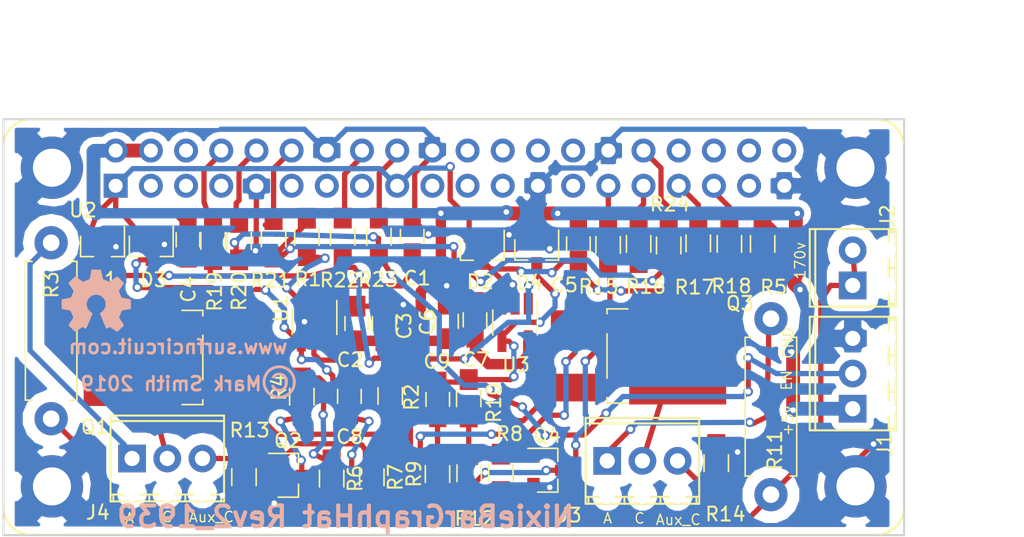
<source format=kicad_pcb>
(kicad_pcb (version 4) (host pcbnew 4.0.7-e2-6376~61~ubuntu18.04.1)
  (layers (0 F.Cu signal) (31 B.Cu signal) (34 B.Paste user) (35 F.Paste user) (36 B.SilkS user) (37 F.SilkS user) (38 B.Mask user) (39 F.Mask user) (44 Edge.Cuts user))
  (net 0 "")
  (net 1 "Net-(C1-Pad1)")
  (net 2 GND)
  (net 3 +5V)
  (net 4 +3V3)
  (net 5 "Net-(C5-Pad1)")
  (net 6 "Net-(C8-Pad1)")
  (net 7 "Net-(C8-Pad2)")
  (net 8 "Net-(C9-Pad1)")
  (net 9 "Net-(C9-Pad2)")
  (net 10 N_ENABLE_SUPPLY)
  (net 11 +170V)
  (net 12 "Net-(J3-Pad3)")
  (net 13 "Net-(J3-Pad1)")
  (net 14 "Net-(J3-Pad2)")
  (net 15 "Net-(J4-Pad3)")
  (net 16 "Net-(J4-Pad1)")
  (net 17 "Net-(J4-Pad2)")
  (net 18 "Net-(Q1-Pad1)")
  (net 19 "Net-(Q1-Pad3)")
  (net 20 "Net-(Q2-Pad1)")
  (net 21 "Net-(Q2-Pad3)")
  (net 22 "Net-(Q3-Pad1)")
  (net 23 "Net-(Q3-Pad3)")
  (net 24 "Net-(Q4-Pad1)")
  (net 25 "Net-(Q4-Pad3)")
  (net 26 PWM_0)
  (net 27 PWM_1)
  (net 28 PWM_0_50Hz)
  (net 29 PWM_1_50Hz)
  (net 30 "Net-(R15-Pad1)")
  (net 31 "Net-(R16-Pad1)")
  (net 32 "Net-(R17-Pad1)")
  (net 33 "Net-(R18-Pad1)")
  (net 34 "Net-(R19-Pad2)")
  (net 35 "Net-(R20-Pad2)")
  (net 36 "Net-(R21-Pad2)")
  (net 37 "Net-(R22-Pad2)")
  (net 38 "Net-(R23-Pad2)")
  (net 39 "Net-(R24-Pad2)")
  (net 40 "Net-(U2-Pad3)")
  (net 41 "Net-(U2-Pad5)")
  (net 42 "Net-(U2-Pad6)")
  (net 43 "Net-(U2-Pad7)")
  (net 44 "Net-(U2-Pad11)")
  (net 45 "Net-(U2-Pad13)")
  (net 46 "Net-(U2-Pad15)")
  (net 47 "Net-(U2-Pad19)")
  (net 48 "Net-(U2-Pad21)")
  (net 49 "Net-(U2-Pad22)")
  (net 50 "Net-(U2-Pad23)")
  (net 51 "Net-(U2-Pad24)")
  (net 52 "Net-(U2-Pad26)")
  (net 53 "Net-(U2-Pad27)")
  (net 54 "Net-(U2-Pad28)")
  (net 55 "Net-(U2-Pad34)")
  (net 56 "Net-(U2-Pad36)")
  (net 57 "Net-(U2-Pad37)")
  (net 58 "Net-(U2-Pad38)")
  (net 59 "Net-(U2-Pad40)")
  (module Capacitors_SMD:C_0805_HandSoldering (layer F.Cu) (at 128.8927 100.2383 90)
    (fp_text reference C2 (at -2.6217 -0.4727 180) (layer F.SilkS))
    (fp_text value 0.1uF)
    (pad 1 smd rect (at -1.25 0 90) (size 1.5 1.25) (layers F.Cu F.Paste F.Mask) (net 3 +5V))
    (pad 2 smd rect (at 1.25 0 90) (size 1.5 1.25) (layers F.Cu F.Paste F.Mask) (net 2 GND))
  )
  (module Capacitors_SMD:C_0805_HandSoldering (layer F.Cu) (at 130.8739 100.2383 90)
    (fp_text reference C3 (at -0.1817 1.4461 90) (layer F.SilkS))
    (fp_text value 1uF)
    (pad 1 smd rect (at -1.25 0 90) (size 1.5 1.25) (layers F.Cu F.Paste F.Mask) (net 3 +5V))
    (pad 2 smd rect (at 1.25 0 90) (size 1.5 1.25) (layers F.Cu F.Paste F.Mask) (net 2 GND))
  )
  (module Capacitors_SMD:C_0805_HandSoldering (layer F.Cu) (at 128.36184 105.49864 270)
    (fp_text reference C8 (at 2.91136 -0.01816 360) (layer F.SilkS))
    (fp_text value 1nF)
    (pad 1 smd rect (at -1.25 0 270) (size 1.5 1.25) (layers F.Cu F.Paste F.Mask) (net 6 "Net-(C8-Pad1)"))
    (pad 2 smd rect (at 1.25 0 270) (size 1.5 1.25) (layers F.Cu F.Paste F.Mask) (net 7 "Net-(C8-Pad2)"))
  )
  (module TO_SOT_Packages_SMD:SOT-23 (layer F.Cu) (at 110.54 94.65 270)
    (fp_text reference D1 (at 2.4 -0.1 360) (layer F.SilkS))
    (fp_text value BAV99)
    (pad 1 smd rect (at -1 -0.95 270) (size 0.9 0.8) (layers F.Cu F.Paste F.Mask) (net 2 GND))
    (pad 2 smd rect (at -1 0.95 270) (size 0.9 0.8) (layers F.Cu F.Paste F.Mask) (net 4 +3V3))
    (pad 3 smd rect (at 1 0 270) (size 0.9 0.8) (layers F.Cu F.Paste F.Mask) (net 1 "Net-(C1-Pad1)"))
  )
  (module TO_SOT_Packages_SMD:SOT-23 (layer F.Cu) (at 114.06 94.64 270)
    (fp_text reference D3 (at 2.45 -0.16 360) (layer F.SilkS))
    (fp_text value BAV99)
    (pad 1 smd rect (at -1 -0.95 270) (size 0.9 0.8) (layers F.Cu F.Paste F.Mask) (net 2 GND))
    (pad 2 smd rect (at -1 0.95 270) (size 0.9 0.8) (layers F.Cu F.Paste F.Mask) (net 4 +3V3))
    (pad 3 smd rect (at 1 0 270) (size 0.9 0.8) (layers F.Cu F.Paste F.Mask) (net 7 "Net-(C8-Pad2)"))
  )
  (module TO_SOT_Packages_SMD:SOT-23 (layer F.Cu) (at 123.927 111.19332)
    (fp_text reference Q2 (at 0 -2.5) (layer F.SilkS))
    (fp_text value 2N7002)
    (pad 1 smd rect (at -1 -0.95) (size 0.9 0.8) (layers F.Cu F.Paste F.Mask) (net 20 "Net-(Q2-Pad1)"))
    (pad 2 smd rect (at -1 0.95) (size 0.9 0.8) (layers F.Cu F.Paste F.Mask) (net 2 GND))
    (pad 3 smd rect (at 1 0) (size 0.9 0.8) (layers F.Cu F.Paste F.Mask) (net 21 "Net-(Q2-Pad3)"))
  )
  (module Resistors_SMD:R_0805_HandSoldering (layer F.Cu) (at 131.30824 105.47324 90)
    (fp_text reference R2 (at -0.08676 1.54176 90) (layer F.SilkS))
    (fp_text value 8.2k)
    (pad 1 smd rect (at -1.35 0 90) (size 1.5 1.3) (layers F.Cu F.Paste F.Mask) (net 18 "Net-(Q1-Pad1)"))
    (pad 2 smd rect (at 1.35 0 90) (size 1.5 1.3) (layers F.Cu F.Paste F.Mask) (net 6 "Net-(C8-Pad1)"))
  )
  (module Resistors_SMD:R_0805_HandSoldering (layer F.Cu) (at 124.92776 105.51896 270)
    (fp_text reference R4 (at -0.66896 1.64776 270) (layer F.SilkS))
    (fp_text value 133)
    (pad 1 smd rect (at -1.35 0 270) (size 1.5 1.3) (layers F.Cu F.Paste F.Mask) (net 19 "Net-(Q1-Pad3)"))
    (pad 2 smd rect (at 1.35 0 270) (size 1.5 1.3) (layers F.Cu F.Paste F.Mask) (net 21 "Net-(Q2-Pad3)"))
  )
  (module Resistors_SMD:R_0805_HandSoldering (layer F.Cu) (at 127.08 111.43 270)
    (fp_text reference R6 (at 0 -1.7 270) (layer F.SilkS))
    (fp_text value 1k)
    (pad 1 smd rect (at -1.35 0 270) (size 1.5 1.3) (layers F.Cu F.Paste F.Mask) (net 19 "Net-(Q1-Pad3)"))
    (pad 2 smd rect (at 1.35 0 270) (size 1.5 1.3) (layers F.Cu F.Paste F.Mask) (net 7 "Net-(C8-Pad2)"))
  )
  (module Resistors_SMD:R_0805_HandSoldering (layer F.Cu) (at 129.98 111.34 270)
    (fp_text reference R7 (at 0 -1.7 270) (layer F.SilkS))
    (fp_text value 1k)
    (pad 1 smd rect (at -1.35 0 270) (size 1.5 1.3) (layers F.Cu F.Paste F.Mask) (net 20 "Net-(Q2-Pad1)"))
    (pad 2 smd rect (at 1.35 0 270) (size 1.5 1.3) (layers F.Cu F.Paste F.Mask) (net 28 PWM_0_50Hz))
  )
  (module Resistors_SMD:R_0805_HandSoldering (layer F.Cu) (at 120.752 111.3254 270)
    (fp_text reference R13 (at -3.3854 -0.408 360) (layer F.SilkS))
    (fp_text value 220k)
    (pad 1 smd rect (at -1.35 0 270) (size 1.5 1.3) (layers F.Cu F.Paste F.Mask) (net 15 "Net-(J4-Pad3)"))
    (pad 2 smd rect (at 1.35 0 270) (size 1.5 1.3) (layers F.Cu F.Paste F.Mask) (net 2 GND))
  )
  (module TO_SOT_Packages_SMD:SOT-23-5_HandSoldering (layer F.Cu) (at 125.8447 100.124 270)
    (fp_text reference U1 (at -0.964 2.4247 270) (layer F.SilkS))
    (fp_text value MCP6411)
    (pad 1 smd rect (at -1.35 -0.95 270) (size 1.56 0.65) (layers F.Cu F.Paste F.Mask) (net 6 "Net-(C8-Pad1)"))
    (pad 2 smd rect (at -1.35 0 270) (size 1.56 0.65) (layers F.Cu F.Paste F.Mask) (net 2 GND))
    (pad 3 smd rect (at -1.35 0.95 270) (size 1.56 0.65) (layers F.Cu F.Paste F.Mask) (net 1 "Net-(C1-Pad1)"))
    (pad 4 smd rect (at 1.35 0.95 270) (size 1.56 0.65) (layers F.Cu F.Paste F.Mask) (net 7 "Net-(C8-Pad2)"))
    (pad 5 smd rect (at 1.35 -0.95 270) (size 1.56 0.65) (layers F.Cu F.Paste F.Mask) (net 3 +5V))
  )
  (module Capacitors_SMD:C_0805_HandSoldering (layer F.Cu) (at 132.8932 93.9518 90)
    (fp_text reference C1 (at -3.0182 0.3668 180) (layer F.SilkS))
    (fp_text value 3.3nF)
    (pad 1 smd rect (at -1.25 0 90) (size 1.5 1.25) (layers F.Cu F.Paste F.Mask) (net 1 "Net-(C1-Pad1)"))
    (pad 2 smd rect (at 1.25 0 90) (size 1.5 1.25) (layers F.Cu F.Paste F.Mask) (net 2 GND))
  )
  (module Capacitors_SMD:C_0805_HandSoldering (layer F.Cu) (at 116.71 94.2 270)
    (fp_text reference C4 (at 3.56 -0.03 270) (layer F.SilkS))
    (fp_text value 1uF)
    (pad 1 smd rect (at -1.25 0 270) (size 1.5 1.25) (layers F.Cu F.Paste F.Mask) (net 4 +3V3))
    (pad 2 smd rect (at 1.25 0 270) (size 1.5 1.25) (layers F.Cu F.Paste F.Mask) (net 2 GND))
  )
  (module Capacitors_SMD:C_0805_HandSoldering (layer F.Cu) (at 144.89 94.49 90)
    (fp_text reference C5 (at -2.97 -1.01 180) (layer F.SilkS))
    (fp_text value 3.3nF)
    (pad 1 smd rect (at -1.25 0 90) (size 1.5 1.25) (layers F.Cu F.Paste F.Mask) (net 5 "Net-(C5-Pad1)"))
    (pad 2 smd rect (at 1.25 0 90) (size 1.5 1.25) (layers F.Cu F.Paste F.Mask) (net 2 GND))
  )
  (module Capacitors_SMD:C_0805_HandSoldering (layer F.Cu) (at 135.3697 100.0859 90)
    (fp_text reference C6 (at -0.0341 -1.3997 90) (layer F.SilkS))
    (fp_text value 0.1uF)
    (pad 1 smd rect (at -1.25 0 90) (size 1.5 1.25) (layers F.Cu F.Paste F.Mask) (net 3 +5V))
    (pad 2 smd rect (at 1.25 0 90) (size 1.5 1.25) (layers F.Cu F.Paste F.Mask) (net 2 GND))
  )
  (module Capacitors_SMD:C_0805_HandSoldering (layer F.Cu) (at 137.4271 99.9716 90)
    (fp_text reference C7 (at -2.8884 0.0629 180) (layer F.SilkS))
    (fp_text value 1uF)
    (pad 1 smd rect (at -1.25 0 90) (size 1.5 1.25) (layers F.Cu F.Paste F.Mask) (net 3 +5V))
    (pad 2 smd rect (at 1.25 0 90) (size 1.5 1.25) (layers F.Cu F.Paste F.Mask) (net 2 GND))
  )
  (module Capacitors_SMD:C_0805_HandSoldering (layer F.Cu) (at 134.73978 105.71708 90)
    (fp_text reference C9 (at 2.73708 -0.05978 180) (layer F.SilkS))
    (fp_text value 1nF)
    (pad 1 smd rect (at -1.25 0 90) (size 1.5 1.25) (layers F.Cu F.Paste F.Mask) (net 8 "Net-(C9-Pad1)"))
    (pad 2 smd rect (at 1.25 0 90) (size 1.5 1.25) (layers F.Cu F.Paste F.Mask) (net 9 "Net-(C9-Pad2)"))
  )
  (module TO_SOT_Packages_SMD:SOT-23 (layer F.Cu) (at 137.95288 94.91192 270)
    (fp_text reference D2 (at 2.31808 0.15288 360) (layer F.SilkS))
    (fp_text value BAV99)
    (pad 1 smd rect (at -1 -0.95 270) (size 0.9 0.8) (layers F.Cu F.Paste F.Mask) (net 2 GND))
    (pad 2 smd rect (at -1 0.95 270) (size 0.9 0.8) (layers F.Cu F.Paste F.Mask) (net 4 +3V3))
    (pad 3 smd rect (at 1 0 270) (size 0.9 0.8) (layers F.Cu F.Paste F.Mask) (net 5 "Net-(C5-Pad1)"))
  )
  (module TO_SOT_Packages_SMD:SOT-23 (layer F.Cu) (at 141.8848 94.89668 270)
    (fp_text reference D4 (at 2.38332 0.5148 360) (layer F.SilkS))
    (fp_text value BAV99)
    (pad 1 smd rect (at -1 -0.95 270) (size 0.9 0.8) (layers F.Cu F.Paste F.Mask) (net 2 GND))
    (pad 2 smd rect (at -1 0.95 270) (size 0.9 0.8) (layers F.Cu F.Paste F.Mask) (net 4 +3V3))
    (pad 3 smd rect (at 1 0 270) (size 0.9 0.8) (layers F.Cu F.Paste F.Mask) (net 9 "Net-(C9-Pad2)"))
  )
  (module TerminalBlock_Phoenix:TerminalBlock_Phoenix_MPT-2.54mm_3pol (layer F.Cu) (at 164.69 106.39 90)
    (fp_text reference J1 (at -2.61 2.31 90) (layer F.SilkS))
    (fp_text value Screw_Terminal_1x03)
    (pad 3 thru_hole oval (at 5.08 0 90) (size 1.99898 1.99898) (drill 1.09728) (layers *.Cu *.Mask) (net 2 GND))
    (pad 1 thru_hole rect (at 0 0 90) (size 1.99898 1.99898) (drill 1.09728) (layers *.Cu *.Mask) (net 3 +5V))
    (pad 2 thru_hole oval (at 2.54 0 90) (size 1.99898 1.99898) (drill 1.09728) (layers *.Cu *.Mask) (net 10 N_ENABLE_SUPPLY))
    (pad "" np_thru_hole circle (at 0 2.54 90) (size 1.1 1.1) (drill 1.1) (layers *.Cu *.Mask))
    (pad "" np_thru_hole circle (at 2.54 2.54 90) (size 1.1 1.1) (drill 1.1) (layers *.Cu *.Mask))
    (pad "" np_thru_hole circle (at 5.08 2.54 90) (size 1.1 1.1) (drill 1.1) (layers *.Cu *.Mask))
  )
  (module TerminalBlock_Phoenix:TerminalBlock_Phoenix_MPT-2.54mm_2pol (layer F.Cu) (at 164.69 97.49 90)
    (fp_text reference J2 (at 4.99 2.51 90) (layer F.SilkS))
    (fp_text value Screw_Terminal_1x02)
    (pad 2 thru_hole oval (at 2.54 0 90) (size 1.99898 1.99898) (drill 1.09728) (layers *.Cu *.Mask) (net 11 +170V))
    (pad 1 thru_hole rect (at 0 0 90) (size 1.99898 1.99898) (drill 1.09728) (layers *.Cu *.Mask) (net 11 +170V))
    (pad "" np_thru_hole circle (at 0 2.54 90) (size 1.1 1.1) (drill 1.1) (layers *.Cu *.Mask))
    (pad "" np_thru_hole circle (at 2.54 2.54 90) (size 1.1 1.1) (drill 1.1) (layers *.Cu *.Mask))
  )
  (module TerminalBlock_Phoenix:TerminalBlock_Phoenix_MPT-2.54mm_3pol (layer F.Cu) (at 146.97 110.15)
    (fp_text reference J3 (at -2.7 3.93) (layer F.SilkS))
    (fp_text value Screw_Terminal_1x03)
    (pad 3 thru_hole oval (at 5.08 0) (size 1.99898 1.99898) (drill 1.09728) (layers *.Cu *.Mask) (net 12 "Net-(J3-Pad3)"))
    (pad 1 thru_hole rect (at 0 0) (size 1.99898 1.99898) (drill 1.09728) (layers *.Cu *.Mask) (net 13 "Net-(J3-Pad1)"))
    (pad 2 thru_hole oval (at 2.54 0) (size 1.99898 1.99898) (drill 1.09728) (layers *.Cu *.Mask) (net 14 "Net-(J3-Pad2)"))
    (pad "" np_thru_hole circle (at 0 2.54) (size 1.1 1.1) (drill 1.1) (layers *.Cu *.Mask))
    (pad "" np_thru_hole circle (at 2.54 2.54) (size 1.1 1.1) (drill 1.1) (layers *.Cu *.Mask))
    (pad "" np_thru_hole circle (at 5.08 2.54) (size 1.1 1.1) (drill 1.1) (layers *.Cu *.Mask))
  )
  (module TerminalBlock_Phoenix:TerminalBlock_Phoenix_MPT-2.54mm_3pol (layer F.Cu) (at 112.6748 109.9792)
    (fp_text reference J4 (at -2.4748 3.9008) (layer F.SilkS))
    (fp_text value Screw_Terminal_1x03)
    (pad 3 thru_hole oval (at 5.08 0) (size 1.99898 1.99898) (drill 1.09728) (layers *.Cu *.Mask) (net 15 "Net-(J4-Pad3)"))
    (pad 1 thru_hole rect (at 0 0) (size 1.99898 1.99898) (drill 1.09728) (layers *.Cu *.Mask) (net 16 "Net-(J4-Pad1)"))
    (pad 2 thru_hole oval (at 2.54 0) (size 1.99898 1.99898) (drill 1.09728) (layers *.Cu *.Mask) (net 17 "Net-(J4-Pad2)"))
    (pad "" np_thru_hole circle (at 0 2.54) (size 1.1 1.1) (drill 1.1) (layers *.Cu *.Mask))
    (pad "" np_thru_hole circle (at 2.54 2.54) (size 1.1 1.1) (drill 1.1) (layers *.Cu *.Mask))
    (pad "" np_thru_hole circle (at 5.08 2.54) (size 1.1 1.1) (drill 1.1) (layers *.Cu *.Mask))
  )
  (module TO_SOT_Packages_SMD:TO-252-2Lead (layer F.Cu) (at 116.38 102.7 180)
    (fp_text reference Q1 (at 6.39 -5.01 180) (layer F.SilkS))
    (fp_text value FDD18N20LZ)
    (pad 1 smd rect (at -3.7 -2.29 90) (size 2 3.5) (layers F.Cu F.Paste F.Mask) (net 18 "Net-(Q1-Pad1)"))
    (pad 3 smd rect (at -3.7 2.29 90) (size 2 3.5) (layers F.Cu F.Paste F.Mask) (net 19 "Net-(Q1-Pad3)"))
    (pad 2 smd rect (at 3.7 0.01 90) (size 7 7) (layers F.Cu F.Paste F.Mask) (net 17 "Net-(J4-Pad2)"))
  )
  (module TO_SOT_Packages_SMD:TO-252-2Lead (layer F.Cu) (at 148.35672 102.57256)
    (fp_text reference Q3 (at 8.19328 -3.78256) (layer F.SilkS))
    (fp_text value FDD18N20LZ)
    (pad 1 smd rect (at -3.7 -2.29 270) (size 2 3.5) (layers F.Cu F.Paste F.Mask) (net 22 "Net-(Q3-Pad1)"))
    (pad 3 smd rect (at -3.7 2.29 270) (size 2 3.5) (layers F.Cu F.Paste F.Mask) (net 23 "Net-(Q3-Pad3)"))
    (pad 2 smd rect (at 3.7 0.01 270) (size 7 7) (layers F.Cu F.Paste F.Mask) (net 14 "Net-(J3-Pad2)"))
  )
  (module TO_SOT_Packages_SMD:SOT-23 (layer F.Cu) (at 142.6468 110.8301)
    (fp_text reference Q4 (at 0 -2.5) (layer F.SilkS))
    (fp_text value 2N7002)
    (pad 1 smd rect (at -1 -0.95) (size 0.9 0.8) (layers F.Cu F.Paste F.Mask) (net 24 "Net-(Q4-Pad1)"))
    (pad 2 smd rect (at -1 0.95) (size 0.9 0.8) (layers F.Cu F.Paste F.Mask) (net 2 GND))
    (pad 3 smd rect (at 1 0) (size 0.9 0.8) (layers F.Cu F.Paste F.Mask) (net 25 "Net-(Q4-Pad3)"))
  )
  (module Resistors_SMD:R_0805_HandSoldering (layer F.Cu) (at 125.29 93.99 90)
    (fp_text reference R1 (at -3.04 0.08 180) (layer F.SilkS))
    (fp_text value 1k)
    (pad 1 smd rect (at -1.35 0 90) (size 1.5 1.3) (layers F.Cu F.Paste F.Mask) (net 1 "Net-(C1-Pad1)"))
    (pad 2 smd rect (at 1.35 0 90) (size 1.5 1.3) (layers F.Cu F.Paste F.Mask) (net 26 PWM_0))
  )
  (module Resistors_SMD:R_0805_HandSoldering (layer F.Cu) (at 158.19 94.49 270)
    (fp_text reference R5 (at 3.13 -0.79 360) (layer F.SilkS))
    (fp_text value 1k)
    (pad 1 smd rect (at -1.35 0 270) (size 1.5 1.3) (layers F.Cu F.Paste F.Mask) (net 5 "Net-(C5-Pad1)"))
    (pad 2 smd rect (at 1.35 0 270) (size 1.5 1.3) (layers F.Cu F.Paste F.Mask) (net 27 PWM_1))
  )
  (module Resistors_SMD:R_0805_HandSoldering (layer F.Cu) (at 139.294 111.0206 270)
    (fp_text reference R8 (at -2.8206 -0.626 360) (layer F.SilkS))
    (fp_text value 1k)
    (pad 1 smd rect (at -1.35 0 270) (size 1.5 1.3) (layers F.Cu F.Paste F.Mask) (net 24 "Net-(Q4-Pad1)"))
    (pad 2 smd rect (at 1.35 0 270) (size 1.5 1.3) (layers F.Cu F.Paste F.Mask) (net 29 PWM_1_50Hz))
  )
  (module Resistors_SMD:R_0805_HandSoldering (layer F.Cu) (at 134.722 111.0968 90)
    (fp_text reference R9 (at 0 -1.7 90) (layer F.SilkS))
    (fp_text value 8.2k)
    (pad 1 smd rect (at -1.35 0 90) (size 1.5 1.3) (layers F.Cu F.Paste F.Mask) (net 22 "Net-(Q3-Pad1)"))
    (pad 2 smd rect (at 1.35 0 90) (size 1.5 1.3) (layers F.Cu F.Paste F.Mask) (net 8 "Net-(C9-Pad1)"))
  )
  (module Resistors_SMD:R_0805_HandSoldering (layer F.Cu) (at 136.97498 105.63326 90)
    (fp_text reference R10 (at -0.33674 1.81502 90) (layer F.SilkS))
    (fp_text value 1k)
    (pad 1 smd rect (at -1.35 0 90) (size 1.5 1.3) (layers F.Cu F.Paste F.Mask) (net 23 "Net-(Q3-Pad3)"))
    (pad 2 smd rect (at 1.35 0 90) (size 1.5 1.3) (layers F.Cu F.Paste F.Mask) (net 9 "Net-(C9-Pad2)"))
  )
  (module Resistors_SMD:R_0805_HandSoldering (layer F.Cu) (at 137.008 111.046 270)
    (fp_text reference R12 (at 3.274 -0.392 360) (layer F.SilkS))
    (fp_text value 133)
    (pad 1 smd rect (at -1.35 0 270) (size 1.5 1.3) (layers F.Cu F.Paste F.Mask) (net 23 "Net-(Q3-Pad3)"))
    (pad 2 smd rect (at 1.35 0 270) (size 1.5 1.3) (layers F.Cu F.Paste F.Mask) (net 25 "Net-(Q4-Pad3)"))
  )
  (module Resistors_SMD:R_0805_HandSoldering (layer F.Cu) (at 154.84 110.32 90)
    (fp_text reference R14 (at -3.68 0.66 180) (layer F.SilkS))
    (fp_text value 220k)
    (pad 1 smd rect (at -1.35 0 90) (size 1.5 1.3) (layers F.Cu F.Paste F.Mask) (net 12 "Net-(J3-Pad3)"))
    (pad 2 smd rect (at 1.35 0 90) (size 1.5 1.3) (layers F.Cu F.Paste F.Mask) (net 2 GND))
  )
  (module Resistors_SMD:R_0805_HandSoldering (layer F.Cu) (at 147.03592 94.55848 270)
    (fp_text reference R15 (at 3.01152 0.68592 360) (layer F.SilkS))
    (fp_text value NU)
    (pad 1 smd rect (at -1.35 0 270) (size 1.5 1.3) (layers F.Cu F.Paste F.Mask) (net 30 "Net-(R15-Pad1)"))
    (pad 2 smd rect (at 1.35 0 270) (size 1.5 1.3) (layers F.Cu F.Paste F.Mask) (net 29 PWM_1_50Hz))
  )
  (module Resistors_SMD:R_0805_HandSoldering (layer F.Cu) (at 149.2381 94.4899 270)
    (fp_text reference R16 (at 3.0801 -0.5219 360) (layer F.SilkS))
    (fp_text value 0)
    (pad 1 smd rect (at -1.35 0 270) (size 1.5 1.3) (layers F.Cu F.Paste F.Mask) (net 31 "Net-(R16-Pad1)"))
    (pad 2 smd rect (at 1.35 0 270) (size 1.5 1.3) (layers F.Cu F.Paste F.Mask) (net 29 PWM_1_50Hz))
  )
  (module Resistors_SMD:R_0805_HandSoldering (layer F.Cu) (at 153.5434 94.4518 270)
    (fp_text reference R17 (at 3.1682 0.2634 360) (layer F.SilkS))
    (fp_text value 0)
    (pad 1 smd rect (at -1.35 0 270) (size 1.5 1.3) (layers F.Cu F.Paste F.Mask) (net 32 "Net-(R17-Pad1)"))
    (pad 2 smd rect (at 1.35 0 270) (size 1.5 1.3) (layers F.Cu F.Paste F.Mask) (net 27 PWM_1))
  )
  (module Resistors_SMD:R_0805_HandSoldering (layer F.Cu) (at 155.7913 94.4899 270)
    (fp_text reference R18 (at 3.0501 -0.1487 360) (layer F.SilkS))
    (fp_text value NU)
    (pad 1 smd rect (at -1.35 0 270) (size 1.5 1.3) (layers F.Cu F.Paste F.Mask) (net 33 "Net-(R18-Pad1)"))
    (pad 2 smd rect (at 1.35 0 270) (size 1.5 1.3) (layers F.Cu F.Paste F.Mask) (net 27 PWM_1))
  )
  (module Resistors_SMD:R_0805_HandSoldering (layer F.Cu) (at 118.52 94.27 90)
    (fp_text reference R19 (at -3.66 0.12 270) (layer F.SilkS))
    (fp_text value 0)
    (pad 1 smd rect (at -1.35 0 90) (size 1.5 1.3) (layers F.Cu F.Paste F.Mask) (net 28 PWM_0_50Hz))
    (pad 2 smd rect (at 1.35 0 90) (size 1.5 1.3) (layers F.Cu F.Paste F.Mask) (net 34 "Net-(R19-Pad2)"))
  )
  (module Resistors_SMD:R_0805_HandSoldering (layer F.Cu) (at 120.4 94.29 90)
    (fp_text reference R20 (at -3.6 0 270) (layer F.SilkS))
    (fp_text value 0)
    (pad 1 smd rect (at -1.35 0 90) (size 1.5 1.3) (layers F.Cu F.Paste F.Mask) (net 10 N_ENABLE_SUPPLY))
    (pad 2 smd rect (at 1.35 0 90) (size 1.5 1.3) (layers F.Cu F.Paste F.Mask) (net 35 "Net-(R20-Pad2)"))
  )
  (module Resistors_SMD:R_0805_HandSoldering (layer F.Cu) (at 122.89 94.09 90)
    (fp_text reference R21 (at -3.04 -0.22 180) (layer F.SilkS))
    (fp_text value 0)
    (pad 1 smd rect (at -1.35 0 90) (size 1.5 1.3) (layers F.Cu F.Paste F.Mask) (net 26 PWM_0))
    (pad 2 smd rect (at 1.35 0 90) (size 1.5 1.3) (layers F.Cu F.Paste F.Mask) (net 36 "Net-(R21-Pad2)"))
  )
  (module Resistors_SMD:R_0805_HandSoldering (layer F.Cu) (at 127.88 93.98 90)
    (fp_text reference R22 (at -3.13 -0.21 180) (layer F.SilkS))
    (fp_text value NU)
    (pad 1 smd rect (at -1.35 0 90) (size 1.5 1.3) (layers F.Cu F.Paste F.Mask) (net 28 PWM_0_50Hz))
    (pad 2 smd rect (at 1.35 0 90) (size 1.5 1.3) (layers F.Cu F.Paste F.Mask) (net 37 "Net-(R22-Pad2)"))
  )
  (module Resistors_SMD:R_0805_HandSoldering (layer F.Cu) (at 130.49 93.98 90)
    (fp_text reference R23 (at -3.09 -0.06 180) (layer F.SilkS))
    (fp_text value NU)
    (pad 1 smd rect (at -1.35 0 90) (size 1.5 1.3) (layers F.Cu F.Paste F.Mask) (net 10 N_ENABLE_SUPPLY))
    (pad 2 smd rect (at 1.35 0 90) (size 1.5 1.3) (layers F.Cu F.Paste F.Mask) (net 38 "Net-(R23-Pad2)"))
  )
  (module Resistors_SMD:R_0805_HandSoldering (layer F.Cu) (at 151.4098 94.6042 90)
    (fp_text reference R24 (at 2.9742 0.0802 180) (layer F.SilkS))
    (fp_text value NU)
    (pad 1 smd rect (at -1.35 0 90) (size 1.5 1.3) (layers F.Cu F.Paste F.Mask) (net 26 PWM_0))
    (pad 2 smd rect (at 1.35 0 90) (size 1.5 1.3) (layers F.Cu F.Paste F.Mask) (net 39 "Net-(R24-Pad2)"))
  )
  (module TO_SOT_Packages_SMD:SOT-23-5_HandSoldering (layer F.Cu) (at 140.3227 100.1621 270)
    (fp_text reference U3 (at 3.0479 -0.0673 360) (layer F.SilkS))
    (fp_text value MCP6411)
    (pad 1 smd rect (at -1.35 -0.95 270) (size 1.56 0.65) (layers F.Cu F.Paste F.Mask) (net 8 "Net-(C9-Pad1)"))
    (pad 2 smd rect (at -1.35 0 270) (size 1.56 0.65) (layers F.Cu F.Paste F.Mask) (net 2 GND))
    (pad 3 smd rect (at -1.35 0.95 270) (size 1.56 0.65) (layers F.Cu F.Paste F.Mask) (net 5 "Net-(C5-Pad1)"))
    (pad 4 smd rect (at 1.35 0.95 270) (size 1.56 0.65) (layers F.Cu F.Paste F.Mask) (net 9 "Net-(C9-Pad2)"))
    (pad 5 smd rect (at 1.35 -0.95 270) (size 1.56 0.65) (layers F.Cu F.Paste F.Mask) (net 3 +5V))
  )
  (module Resistors_THT:R_Axial_DIN0411_L9.9mm_D3.6mm_P12.70mm_Horizontal (layer F.Cu) (at 106.8328 107.109 90)
    (fp_text reference R3 (at 9.659 0.0072 90) (layer F.SilkS))
    (fp_text value "1k 2W")
    (pad 1 thru_hole circle (at 0 0 90) (size 2.4 2.4) (drill 1.2) (layers *.Cu *.Mask) (net 11 +170V))
    (pad 2 thru_hole oval (at 12.7 0 90) (size 2.4 2.4) (drill 1.2) (layers *.Cu *.Mask) (net 16 "Net-(J4-Pad1)"))
  )
  (module Resistors_THT:R_Axial_DIN0411_L9.9mm_D3.6mm_P12.70mm_Horizontal (layer F.Cu) (at 158.79 112.59 90)
    (fp_text reference R11 (at 3.2 0.28 90) (layer F.SilkS))
    (fp_text value "1k 2W")
    (pad 1 thru_hole circle (at 0 0 90) (size 2.4 2.4) (drill 1.2) (layers *.Cu *.Mask) (net 11 +170V))
    (pad 2 thru_hole oval (at 12.7 0 90) (size 2.4 2.4) (drill 1.2) (layers *.Cu *.Mask) (net 13 "Net-(J3-Pad1)"))
  )
  (module etaclock:Raspberry_Pi_Zero_40pins (layer F.Cu) (at 103.3911 85.4936)
    (fp_text reference U2 (at 5.7389 6.5664) (layer F.SilkS))
    (fp_text value Raspberry_PI_Zero_Header)
    (pad 41 thru_hole circle (at 61.5 3.5) (size 4.5 4.5) (drill 2.75) (layers *.Cu *.Mask) (net 2 GND))
    (pad 41 thru_hole circle (at 61.5 26.5) (size 4.5 4.5) (drill 2.75) (layers *.Cu *.Mask) (net 2 GND))
    (pad 41 thru_hole circle (at 3.5 26.5) (size 4.5 4.5) (drill 2.75) (layers *.Cu *.Mask) (net 2 GND))
    (pad 1 thru_hole rect (at 8.1 4.8) (size 1.7272 1.7272) (drill 1.016) (layers *.Cu *.Mask) (net 4 +3V3))
    (pad 2 thru_hole oval (at 8.1 2.26) (size 1.7272 1.7272) (drill 1.016) (layers *.Cu *.Mask) (net 3 +5V))
    (pad 3 thru_hole oval (at 10.64 4.8) (size 1.7272 1.7272) (drill 1.016) (layers *.Cu *.Mask) (net 40 "Net-(U2-Pad3)"))
    (pad 4 thru_hole oval (at 10.64 2.26) (size 1.7272 1.7272) (drill 1.016) (layers *.Cu *.Mask) (net 3 +5V))
    (pad 5 thru_hole oval (at 13.18 4.8) (size 1.7272 1.7272) (drill 1.016) (layers *.Cu *.Mask) (net 41 "Net-(U2-Pad5)"))
    (pad 6 thru_hole oval (at 13.18 2.26) (size 1.7272 1.7272) (drill 1.016) (layers *.Cu *.Mask) (net 42 "Net-(U2-Pad6)"))
    (pad 7 thru_hole oval (at 15.72 4.8) (size 1.7272 1.7272) (drill 1.016) (layers *.Cu *.Mask) (net 43 "Net-(U2-Pad7)"))
    (pad 8 thru_hole oval (at 15.72 2.26) (size 1.7272 1.7272) (drill 1.016) (layers *.Cu *.Mask) (net 34 "Net-(R19-Pad2)"))
    (pad 9 thru_hole oval (at 18.26 4.8) (size 1.7272 1.7272) (drill 1.016) (layers *.Cu *.Mask) (net 2 GND))
    (pad 10 thru_hole oval (at 18.26 2.26) (size 1.7272 1.7272) (drill 1.016) (layers *.Cu *.Mask) (net 35 "Net-(R20-Pad2)"))
    (pad 11 thru_hole oval (at 20.8 4.8) (size 1.7272 1.7272) (drill 1.016) (layers *.Cu *.Mask) (net 44 "Net-(U2-Pad11)"))
    (pad 12 thru_hole oval (at 20.8 2.26) (size 1.7272 1.7272) (drill 1.016) (layers *.Cu *.Mask) (net 36 "Net-(R21-Pad2)"))
    (pad 13 thru_hole oval (at 23.34 4.8) (size 1.7272 1.7272) (drill 1.016) (layers *.Cu *.Mask) (net 45 "Net-(U2-Pad13)"))
    (pad 14 thru_hole oval (at 23.34 2.26) (size 1.7272 1.7272) (drill 1.016) (layers *.Cu *.Mask) (net 2 GND))
    (pad 15 thru_hole oval (at 25.88 4.8) (size 1.7272 1.7272) (drill 1.016) (layers *.Cu *.Mask) (net 46 "Net-(U2-Pad15)"))
    (pad 16 thru_hole oval (at 25.88 2.26) (size 1.7272 1.7272) (drill 1.016) (layers *.Cu *.Mask) (net 37 "Net-(R22-Pad2)"))
    (pad 17 thru_hole oval (at 28.42 4.8) (size 1.7272 1.7272) (drill 1.016) (layers *.Cu *.Mask) (net 4 +3V3))
    (pad 18 thru_hole oval (at 28.42 2.26) (size 1.7272 1.7272) (drill 1.016) (layers *.Cu *.Mask) (net 38 "Net-(R23-Pad2)"))
    (pad 19 thru_hole oval (at 30.96 4.8) (size 1.7272 1.7272) (drill 1.016) (layers *.Cu *.Mask) (net 47 "Net-(U2-Pad19)"))
    (pad 20 thru_hole oval (at 30.96 2.26) (size 1.7272 1.7272) (drill 1.016) (layers *.Cu *.Mask) (net 2 GND))
    (pad 21 thru_hole oval (at 33.5 4.8) (size 1.7272 1.7272) (drill 1.016) (layers *.Cu *.Mask) (net 48 "Net-(U2-Pad21)"))
    (pad 22 thru_hole oval (at 33.5 2.26) (size 1.7272 1.7272) (drill 1.016) (layers *.Cu *.Mask) (net 49 "Net-(U2-Pad22)"))
    (pad 23 thru_hole oval (at 36.04 4.8) (size 1.7272 1.7272) (drill 1.016) (layers *.Cu *.Mask) (net 50 "Net-(U2-Pad23)"))
    (pad 24 thru_hole oval (at 36.04 2.26) (size 1.7272 1.7272) (drill 1.016) (layers *.Cu *.Mask) (net 51 "Net-(U2-Pad24)"))
    (pad 25 thru_hole oval (at 38.58 4.8) (size 1.7272 1.7272) (drill 1.016) (layers *.Cu *.Mask) (net 2 GND))
    (pad 26 thru_hole oval (at 38.58 2.26) (size 1.7272 1.7272) (drill 1.016) (layers *.Cu *.Mask) (net 52 "Net-(U2-Pad26)"))
    (pad 27 thru_hole oval (at 41.12 4.8) (size 1.7272 1.7272) (drill 1.016) (layers *.Cu *.Mask) (net 53 "Net-(U2-Pad27)"))
    (pad 28 thru_hole oval (at 41.12 2.26) (size 1.7272 1.7272) (drill 1.016) (layers *.Cu *.Mask) (net 54 "Net-(U2-Pad28)"))
    (pad 29 thru_hole oval (at 43.66 4.8) (size 1.7272 1.7272) (drill 1.016) (layers *.Cu *.Mask) (net 30 "Net-(R15-Pad1)"))
    (pad 30 thru_hole oval (at 43.66 2.26) (size 1.7272 1.7272) (drill 1.016) (layers *.Cu *.Mask) (net 2 GND))
    (pad 31 thru_hole oval (at 46.2 4.8) (size 1.7272 1.7272) (drill 1.016) (layers *.Cu *.Mask) (net 31 "Net-(R16-Pad1)"))
    (pad 32 thru_hole oval (at 46.2 2.26) (size 1.7272 1.7272) (drill 1.016) (layers *.Cu *.Mask) (net 39 "Net-(R24-Pad2)"))
    (pad 33 thru_hole oval (at 48.74 4.8) (size 1.7272 1.7272) (drill 1.016) (layers *.Cu *.Mask) (net 32 "Net-(R17-Pad1)"))
    (pad 34 thru_hole oval (at 48.74 2.26) (size 1.7272 1.7272) (drill 1.016) (layers *.Cu *.Mask) (net 55 "Net-(U2-Pad34)"))
    (pad 35 thru_hole oval (at 51.28 4.8) (size 1.7272 1.7272) (drill 1.016) (layers *.Cu *.Mask) (net 33 "Net-(R18-Pad1)"))
    (pad 36 thru_hole oval (at 51.28 2.26) (size 1.7272 1.7272) (drill 1.016) (layers *.Cu *.Mask) (net 56 "Net-(U2-Pad36)"))
    (pad 37 thru_hole oval (at 53.82 4.8) (size 1.7272 1.7272) (drill 1.016) (layers *.Cu *.Mask) (net 57 "Net-(U2-Pad37)"))
    (pad 38 thru_hole oval (at 53.82 2.26) (size 1.7272 1.7272) (drill 1.016) (layers *.Cu *.Mask) (net 58 "Net-(U2-Pad38)"))
    (pad 39 thru_hole oval (at 56.36 4.8) (size 1.7272 1.7272) (drill 1.016) (layers *.Cu *.Mask) (net 2 GND))
    (pad 40 thru_hole oval (at 56.36 2.26) (size 1.7272 1.7272) (drill 1.016) (layers *.Cu *.Mask) (net 59 "Net-(U2-Pad40)"))
    (pad 41 thru_hole circle (at 3.5 3.5) (size 4.5 4.5) (drill 2.75) (layers *.Cu *.Mask) (net 2 GND))
  )
  (module NixieSupply5vto170vDCMBoostMini_socket:Copyright_LOGO (layer B.Cu) (at 122.79 104.89 180)
    (fp_text reference G*** hide)
    (fp_text value LOGO hide)
  )
  (module NixieSupply5vto170vDCMBoostMini_socket:OSHW_logo_silkscreen-front_5mm (layer B.Cu) (at 110.09 98.59 180)
    (fp_text reference G*** hide)
    (fp_text value OSHW_logo_silkscreen-front_5mm hide)
  )
  (gr_text GND (at 160.04 101.64 90) (layer F.SilkS) (effects (font (size 0.75 0.75) (thickness 0.1))))
  (gr_text EN (at 159.92 104.34 90) (layer F.SilkS) (effects (font (size 0.75 0.75) (thickness 0.1))))
  (gr_text +5v (at 160 107.25 90) (layer F.SilkS) (effects (font (size 0.75 0.75) (thickness 0.1))))
  (gr_text Aux_C (at 118.4 114.2) (layer F.SilkS) (effects (font (size 0.75 0.75) (thickness 0.1))))
  (gr_text C (at 115.2 114.2) (layer F.SilkS) (effects (font (size 0.75 0.75) (thickness 0.1))))
  (gr_text A (at 112.5 114.3) (layer F.SilkS) (effects (font (size 0.75 0.75) (thickness 0.1))))
  (gr_text C (at 149.3 114.3) (layer F.SilkS) (effects (font (size 0.75 0.75) (thickness 0.1))))
  (gr_text Aux_C (at 152.1 114.4) (layer F.SilkS) (effects (font (size 0.75 0.75) (thickness 0.1))))
  (gr_text A (at 147 114.3) (layer F.SilkS) (effects (font (size 0.75 0.75) (thickness 0.1))))
  (gr_text 170v (at 160.9 95.7 90) (layer F.SilkS) (effects (font (size 0.75 0.75) (thickness 0.1))))
  (gr_line (start 103.39 115.51) (end 103.39 85.49) (angle 90) (layer Edge.Cuts) (width 0.15))
  (gr_line (start 168.4 115.51) (end 103.39 115.51) (angle 90) (layer Edge.Cuts) (width 0.15))
  (gr_line (start 168.4 85.49) (end 168.4 115.51) (angle 90) (layer Edge.Cuts) (width 0.15))
  (gr_line (start 168.33 85.49) (end 168.4 85.49) (angle 90) (layer Edge.Cuts) (width 0.15))
  (gr_line (start 103.39 85.49) (end 168.33 85.49) (angle 90) (layer Edge.Cuts) (width 0.15))
  (gr_text "Mark Smith 2019" (at 115.49 104.59) (layer B.SilkS) (effects (font (size 1 1) (thickness 0.2)) (justify mirror)))
  (gr_text www.surfncircuit.com (at 115.99 101.92) (layer B.SilkS) (effects (font (size 1 1) (thickness 0.2)) (justify mirror)))
  (gr_text "NixieBarGraphHat Rev2_1939" (at 128.09 114.19) (layer B.SilkS) (effects (font (size 1.5 1.5) (thickness 0.3)) (justify mirror)))
  (segment (start 110.54 95.65) (end 111.10254 96.08794) (width 0.381) (layer F.Cu) (net 1))
  (segment (start 111.10254 96.08794) (end 111.7858 96.7712) (width 0.381) (layer F.Cu) (net 1))
  (segment (start 111.7858 96.7712) (end 115.35 96.77) (width 0.381) (layer F.Cu) (net 1))
  (via (at 115.35 96.77) (size 0.6858) (drill 0.4) (layers F.Cu B.Cu) (net 1))
  (segment (start 115.35 96.77) (end 115.4008 96.8208) (width 0.381) (layer B.Cu) (net 1))
  (segment (start 115.4008 96.8208) (end 123.00752 96.822) (width 0.381) (layer B.Cu) (net 1))
  (segment (start 123.00752 96.822) (end 123.84064 97.65512) (width 0.381) (layer B.Cu) (net 1))
  (segment (start 125.98948 97.31984) (end 125.68722 97.31984) (width 0.381) (layer F.Cu) (net 1))
  (segment (start 124.8947 97.87106) (end 124.8947 98.774) (width 0.381) (layer F.Cu) (net 1))
  (segment (start 125.12842 97.63734) (end 124.8947 97.87106) (width 0.381) (layer F.Cu) (net 1))
  (segment (start 125.36972 97.63734) (end 125.12842 97.63734) (width 0.381) (layer F.Cu) (net 1))
  (segment (start 125.68722 97.31984) (end 125.36972 97.63734) (width 0.381) (layer F.Cu) (net 1))
  (segment (start 128.27548 97.52304) (end 125.98948 97.31984) (width 0.381) (layer F.Cu) (net 1))
  (segment (start 125.98948 97.31984) (end 125.92852 97.3808) (width 0.381) (layer F.Cu) (net 1))
  (segment (start 132.8932 95.2018) (end 132.8932 96.42068) (width 0.381) (layer F.Cu) (net 1))
  (segment (start 132.14644 97.52304) (end 128.27548 97.52304) (width 0.381) (layer F.Cu) (net 1))
  (segment (start 128.27548 97.52304) (end 128.21452 97.52304) (width 0.381) (layer F.Cu) (net 1))
  (segment (start 132.8932 96.42068) (end 132.14644 97.52304) (width 0.381) (layer F.Cu) (net 1))
  (segment (start 124.8947 98.774) (end 124.8947 98.70918) (width 0.381) (layer F.Cu) (net 1))
  (segment (start 124.8947 98.70918) (end 123.84064 97.65512) (width 0.381) (layer F.Cu) (net 1))
  (via (at 123.84064 97.65512) (size 0.6858) (drill 0.4) (layers F.Cu B.Cu) (net 1))
  (segment (start 123.84064 97.65512) (end 125.30368 96.19208) (width 0.381) (layer B.Cu) (net 1))
  (segment (start 125.30368 96.19208) (end 126.59908 95.5266) (width 0.381) (layer B.Cu) (net 1))
  (via (at 126.59908 95.5266) (size 0.6858) (drill 0.4) (layers F.Cu B.Cu) (net 1))
  (segment (start 126.59908 95.5266) (end 126.5854 95.54028) (width 0.381) (layer F.Cu) (net 1))
  (segment (start 126.5854 95.54028) (end 125.29 95.34) (width 0.381) (layer F.Cu) (net 1))
  (segment (start 154.84 108.97) (end 156.35 109.54) (width 0.381) (layer F.Cu) (net 2))
  (segment (start 156.39 109.5) (end 156.72 109.5) (width 0.381) (layer B.Cu) (net 2))
  (segment (start 156.38 109.51) (end 156.39 109.5) (width 0.381) (layer B.Cu) (net 2))
  (via (at 156.38 109.51) (size 0.6858) (drill 0.4) (layers F.Cu B.Cu) (net 2))
  (segment (start 156.35 109.54) (end 156.38 109.51) (width 0.381) (layer F.Cu) (net 2))
  (segment (start 115.01 93.64) (end 115.01 94.53) (width 0.381) (layer F.Cu) (net 2))
  (via (at 115.01 94.53) (size 0.6858) (drill 0.4) (layers F.Cu B.Cu) (net 2))
  (segment (start 115.06 94.72) (end 115.08 94.74) (width 0.381) (layer B.Cu) (net 2))
  (segment (start 115.06 94.58) (end 115.06 94.72) (width 0.381) (layer B.Cu) (net 2))
  (segment (start 115.01 94.53) (end 115.06 94.58) (width 0.381) (layer B.Cu) (net 2))
  (segment (start 115.93 95.45) (end 116.71 95.45) (width 0.381) (layer F.Cu) (net 2))
  (segment (start 115.01 94.53) (end 115.93 95.45) (width 0.381) (layer F.Cu) (net 2))
  (segment (start 111.49 93.65) (end 111.49 94.68) (width 0.381) (layer F.Cu) (net 2))
  (segment (start 111.54 94.73) (end 111.56 94.73) (width 0.381) (layer B.Cu) (net 2))
  (segment (start 111.51 94.7) (end 111.54 94.73) (width 0.381) (layer B.Cu) (net 2))
  (via (at 111.51 94.7) (size 0.6858) (drill 0.4) (layers F.Cu B.Cu) (net 2))
  (segment (start 111.49 94.68) (end 111.51 94.7) (width 0.381) (layer F.Cu) (net 2))
  (segment (start 164.9988 110.1278) (end 165.0026 110.1278) (width 0.381) (layer F.Cu) (net 2))
  (segment (start 165.0026 110.1278) (end 166.1926 108.9378) (width 0.381) (layer F.Cu) (net 2))
  (via (at 166.1926 108.9378) (size 0.6858) (drill 0.4) (layers F.Cu B.Cu) (net 2))
  (segment (start 141.6468 111.7801) (end 142.7898 112.0272) (width 0.381) (layer F.Cu) (net 2))
  (segment (start 142.7738 112.1128) (end 142.7738 112.2398) (width 0.381) (layer B.Cu) (net 2))
  (segment (start 142.8246 112.062) (end 142.7738 112.1128) (width 0.381) (layer B.Cu) (net 2))
  (via (at 142.8246 112.062) (size 0.6858) (drill 0.4) (layers F.Cu B.Cu) (net 2))
  (segment (start 142.7898 112.0272) (end 142.8246 112.062) (width 0.381) (layer F.Cu) (net 2))
  (segment (start 140.3227 98.8121) (end 140.1195 97.4443) (width 0.381) (layer F.Cu) (net 2))
  (via (at 140.1322 97.4316) (size 0.6858) (drill 0.4) (layers F.Cu B.Cu) (net 2))
  (segment (start 140.1195 97.4443) (end 140.1322 97.4316) (width 0.381) (layer F.Cu) (net 2))
  (segment (start 137.4271 98.7216) (end 135.4205 97.5459) (width 0.381) (layer F.Cu) (net 2))
  (via (at 135.3824 97.5078) (size 0.6858) (drill 0.4) (layers F.Cu B.Cu) (net 2))
  (segment (start 135.4205 97.5459) (end 135.3824 97.5078) (width 0.381) (layer F.Cu) (net 2))
  (segment (start 137.4271 98.7216) (end 135.484 98.7216) (width 0.381) (layer F.Cu) (net 2))
  (segment (start 135.484 98.7216) (end 135.3697 98.8359) (width 0.381) (layer F.Cu) (net 2))
  (segment (start 142.8348 93.89668) (end 142.8348 94.8306) (width 0.381) (layer F.Cu) (net 2))
  (segment (start 142.9008 94.917) (end 142.9008 94.9932) (width 0.381) (layer B.Cu) (net 2))
  (segment (start 142.8246 94.8408) (end 142.9008 94.917) (width 0.381) (layer B.Cu) (net 2))
  (via (at 142.8246 94.8408) (size 0.6858) (drill 0.4) (layers F.Cu B.Cu) (net 2))
  (segment (start 142.8348 94.8306) (end 142.8246 94.8408) (width 0.381) (layer F.Cu) (net 2))
  (segment (start 142.8348 93.89668) (end 144.23332 93.89668) (width 0.381) (layer F.Cu) (net 2))
  (segment (start 144.23332 93.89668) (end 144.89 93.24) (width 0.381) (layer F.Cu) (net 2))
  (segment (start 138.90288 93.91192) (end 139.80632 93.91192) (width 0.381) (layer F.Cu) (net 2))
  (segment (start 139.88328 94.03816) (end 139.9036 94.03816) (width 0.381) (layer B.Cu) (net 2))
  (segment (start 139.88328 93.83496) (end 139.88328 94.03816) (width 0.381) (layer B.Cu) (net 2))
  (via (at 139.88328 93.83496) (size 0.6858) (drill 0.4) (layers F.Cu B.Cu) (net 2))
  (segment (start 139.80632 93.91192) (end 139.88328 93.83496) (width 0.381) (layer F.Cu) (net 2))
  (segment (start 132.8932 92.7018) (end 132.8932 92.73768) (width 0.381) (layer F.Cu) (net 2))
  (segment (start 132.8932 92.73768) (end 134.0616 93.774) (width 0.381) (layer F.Cu) (net 2))
  (via (at 134.0616 93.774) (size 0.6858) (drill 0.4) (layers F.Cu B.Cu) (net 2))
  (segment (start 121.6511 90.2936) (end 121.63078 94.93738) (width 0.381) (layer F.Cu) (net 2))
  (via (at 121.58004 94.98812) (size 0.6858) (drill 0.4) (layers F.Cu B.Cu) (net 2))
  (segment (start 121.63078 94.93738) (end 121.58004 94.98812) (width 0.381) (layer F.Cu) (net 2))
  (segment (start 125.8447 98.774) (end 125.8447 99.47122) (width 0.381) (layer F.Cu) (net 2))
  (segment (start 125.8447 99.47122) (end 125.2097 100.10622) (width 0.381) (layer F.Cu) (net 2))
  (segment (start 125.2097 100.10622) (end 125.11826 100.10622) (width 0.381) (layer F.Cu) (net 2))
  (via (at 125.11826 100.10622) (size 0.6858) (drill 0.4) (layers F.Cu B.Cu) (net 2))
  (segment (start 125.11826 100.10622) (end 124.84394 100.10622) (width 0.381) (layer B.Cu) (net 2))
  (segment (start 128.8927 98.9883) (end 130.8739 98.9883) (width 0.381) (layer F.Cu) (net 2))
  (segment (start 130.8739 98.9883) (end 130.99042 98.87178) (width 0.381) (layer F.Cu) (net 2))
  (segment (start 130.99042 98.87178) (end 132.25312 98.87178) (width 0.381) (layer F.Cu) (net 2))
  (via (at 132.25312 98.87178) (size 0.6858) (drill 0.4) (layers F.Cu B.Cu) (net 2))
  (segment (start 132.25312 98.87178) (end 132.39282 99.01148) (width 0.381) (layer B.Cu) (net 2))
  (segment (start 132.39282 99.01148) (end 132.39282 99.59822) (width 0.381) (layer B.Cu) (net 2))
  (segment (start 122.927 112.14332) (end 122.927 113.19814) (width 0.381) (layer F.Cu) (net 2))
  (segment (start 122.95672 113.22786) (end 123.04816 113.22786) (width 0.381) (layer B.Cu) (net 2))
  (segment (start 122.93386 113.205) (end 122.95672 113.22786) (width 0.381) (layer B.Cu) (net 2))
  (via (at 122.93386 113.205) (size 0.6858) (drill 0.4) (layers F.Cu B.Cu) (net 2))
  (segment (start 122.927 113.19814) (end 122.93386 113.205) (width 0.381) (layer F.Cu) (net 2))
  (segment (start 134.3511 87.7536) (end 134.3511 87.89638) (width 0.381) (layer F.Cu) (net 2))
  (segment (start 134.3511 87.7536) (end 134.3511 88.10986) (width 0.381) (layer F.Cu) (net 2))
  (segment (start 134.3511 88.10986) (end 133.07608 89.38488) (width 0.381) (layer F.Cu) (net 2))
  (segment (start 133.07608 89.38488) (end 133.07608 92.51892) (width 0.381) (layer F.Cu) (net 2))
  (segment (start 133.07608 92.51892) (end 132.8932 92.7018) (width 0.381) (layer F.Cu) (net 2))
  (segment (start 120.97552 112.6754) (end 119.21402 112.68302) (width 0.381) (layer F.Cu) (net 2))
  (segment (start 119.12132 112.59032) (end 118.92574 112.59032) (width 0.381) (layer B.Cu) (net 2))
  (segment (start 119.1772 112.6462) (end 119.12132 112.59032) (width 0.381) (layer B.Cu) (net 2))
  (via (at 119.1772 112.6462) (size 0.6858) (drill 0.4) (layers F.Cu B.Cu) (net 2))
  (segment (start 119.21402 112.68302) (end 119.1772 112.6462) (width 0.381) (layer F.Cu) (net 2))
  (segment (start 164.9988 112.8278) (end 163.631 112.8278) (width 0.381) (layer F.Cu) (net 2))
  (segment (start 164.69 101.31) (end 164.69 99.8994) (width 0.8) (layer B.Cu) (net 2))
  (segment (start 164.69 99.8994) (end 164.694 99.8954) (width 0.8) (layer B.Cu) (net 2))
  (segment (start 164.69 101.31) (end 162.8476 101.31) (width 0.8) (layer B.Cu) (net 2))
  (segment (start 162.8476 101.31) (end 162.8398 101.3178) (width 0.8) (layer B.Cu) (net 2))
  (segment (start 126.7311 87.7536) (end 126.7311 87.6298) (width 0.381) (layer B.Cu) (net 2))
  (segment (start 126.7311 87.6298) (end 128.14594 86.21496) (width 0.381) (layer B.Cu) (net 2))
  (segment (start 134.3511 86.83212) (end 134.3511 87.7536) (width 0.381) (layer B.Cu) (net 2))
  (segment (start 133.73394 86.21496) (end 134.3511 86.83212) (width 0.381) (layer B.Cu) (net 2))
  (segment (start 128.14594 86.21496) (end 133.73394 86.21496) (width 0.381) (layer B.Cu) (net 2))
  (segment (start 126.7311 87.7536) (end 126.7311 87.69826) (width 0.381) (layer B.Cu) (net 2))
  (segment (start 126.7311 87.69826) (end 126.06568 87.03284) (width 0.381) (layer B.Cu) (net 2))
  (segment (start 126.06568 87.03284) (end 126.06568 87.17) (width 0.381) (layer B.Cu) (net 2))
  (segment (start 126.7311 87.7536) (end 126.64928 87.7536) (width 0.381) (layer B.Cu) (net 2))
  (segment (start 126.64928 87.7536) (end 126.06568 87.17) (width 0.381) (layer B.Cu) (net 2))
  (segment (start 126.06568 87.17) (end 125.11064 86.21496) (width 0.381) (layer B.Cu) (net 2))
  (segment (start 125.11064 86.21496) (end 119.0756 86.21496) (width 0.381) (layer B.Cu) (net 2))
  (segment (start 147.0511 87.7536) (end 147.0511 87.1853) (width 0.381) (layer B.Cu) (net 2))
  (segment (start 147.0511 87.1853) (end 148.0189 86.2175) (width 0.381) (layer B.Cu) (net 2))
  (segment (start 161.2015 86.2175) (end 161.4301 86.4461) (width 0.381) (layer B.Cu) (net 2))
  (segment (start 148.0189 86.2175) (end 161.2015 86.2175) (width 0.381) (layer B.Cu) (net 2))
  (segment (start 147.0511 87.7536) (end 146.8638 87.7536) (width 0.381) (layer B.Cu) (net 2))
  (segment (start 146.8638 87.7536) (end 145.60336 89.01404) (width 0.381) (layer B.Cu) (net 2))
  (segment (start 145.60336 89.01404) (end 143.25066 89.01404) (width 0.381) (layer B.Cu) (net 2))
  (segment (start 143.25066 89.01404) (end 141.9711 90.2936) (width 0.381) (layer B.Cu) (net 2))
  (segment (start 141.9711 90.2936) (end 141.9711 91.3089) (width 1) (layer B.Cu) (net 2))
  (segment (start 141.49 91.79) (end 141.49 92.69) (width 1) (layer B.Cu) (net 2))
  (segment (start 141.9711 91.3089) (end 141.49 91.79) (width 1) (layer B.Cu) (net 2))
  (segment (start 133.51042 101.4883) (end 133.51042 97.92182) (width 0.75) (layer F.Cu) (net 3))
  (via (at 134.9633 92.27794) (size 0.6858) (drill 0.4) (layers F.Cu B.Cu) (net 3))
  (segment (start 134.9633 96.46894) (end 134.9633 92.27794) (width 0.75) (layer F.Cu) (net 3))
  (segment (start 133.51042 97.92182) (end 134.9633 96.46894) (width 0.75) (layer F.Cu) (net 3))
  (segment (start 141.2727 101.5121) (end 141.2727 102.53696) (width 0.75) (layer F.Cu) (net 3))
  (segment (start 137.4271 102.20172) (end 137.4271 101.2216) (width 0.75) (layer F.Cu) (net 3))
  (segment (start 138.39992 103.17454) (end 137.4271 102.20172) (width 0.75) (layer F.Cu) (net 3))
  (segment (start 140.63512 103.17454) (end 138.39992 103.17454) (width 0.75) (layer F.Cu) (net 3))
  (segment (start 141.2727 102.53696) (end 140.63512 103.17454) (width 0.75) (layer F.Cu) (net 3))
  (segment (start 135.3697 101.3359) (end 137.3128 101.3359) (width 0.75) (layer F.Cu) (net 3))
  (segment (start 137.3128 101.3359) (end 137.4271 101.2216) (width 0.75) (layer F.Cu) (net 3))
  (segment (start 130.8739 101.4883) (end 133.51042 101.4883) (width 0.75) (layer F.Cu) (net 3))
  (segment (start 133.51042 101.4883) (end 135.2173 101.4883) (width 0.75) (layer F.Cu) (net 3))
  (segment (start 135.2173 101.4883) (end 135.3697 101.3359) (width 0.75) (layer F.Cu) (net 3))
  (segment (start 126.7947 101.474) (end 128.8784 101.474) (width 0.75) (layer F.Cu) (net 3))
  (segment (start 128.8784 101.474) (end 128.8927 101.4883) (width 0.75) (layer F.Cu) (net 3))
  (segment (start 128.8927 101.4883) (end 130.8739 101.4883) (width 0.75) (layer F.Cu) (net 3))
  (segment (start 160.49 96.89) (end 160.49 97.39) (width 1) (layer F.Cu) (net 3))
  (via (at 160.39 106.49) (size 0.6858) (drill 0.4) (layers F.Cu B.Cu) (net 3))
  (segment (start 160.39 102.39) (end 160.39 106.49) (width 1) (layer F.Cu) (net 3))
  (segment (start 160.29 102.29) (end 160.39 102.39) (width 1) (layer F.Cu) (net 3))
  (via (at 160.29 102.29) (size 0.6858) (drill 0.4) (layers F.Cu B.Cu) (net 3))
  (segment (start 161.265 100.7844) (end 160.29 102.29) (width 1) (layer B.Cu) (net 3))
  (segment (start 161.4428 99.1842) (end 161.265 100.7844) (width 1) (layer B.Cu) (net 3))
  (segment (start 160.89 97.79) (end 161.4428 99.1842) (width 1) (layer B.Cu) (net 3))
  (via (at 160.89 97.79) (size 0.6858) (drill 0.4) (layers F.Cu B.Cu) (net 3))
  (segment (start 160.49 97.39) (end 160.89 97.79) (width 1) (layer F.Cu) (net 3))
  (segment (start 160.49 96.89) (end 160.49 96.99) (width 1) (layer F.Cu) (net 3))
  (segment (start 160.59 96.79) (end 160.49 96.89) (width 1) (layer F.Cu) (net 3))
  (segment (start 160.59 92.39) (end 160.59 96.79) (width 1) (layer F.Cu) (net 3))
  (segment (start 160.69 92.29) (end 160.59 92.39) (width 1) (layer F.Cu) (net 3))
  (via (at 160.69 92.29) (size 0.6858) (drill 0.4) (layers F.Cu B.Cu) (net 3))
  (segment (start 143.39 92.29) (end 160.69 92.29) (width 1) (layer B.Cu) (net 3))
  (via (at 143.39 92.29) (size 0.6858) (drill 0.4) (layers F.Cu B.Cu) (net 3))
  (segment (start 139.79 92.29) (end 143.39 92.29) (width 1) (layer F.Cu) (net 3))
  (segment (start 139.69 92.19) (end 139.79 92.29) (width 1) (layer F.Cu) (net 3))
  (via (at 139.69 92.19) (size 0.6858) (drill 0.4) (layers F.Cu B.Cu) (net 3))
  (segment (start 134.9633 92.27794) (end 110.10206 92.27794) (width 0.75) (layer B.Cu) (net 3))
  (segment (start 109.9536 87.7786) (end 109.89 87.8422) (width 1) (layer B.Cu) (net 3))
  (segment (start 109.89 87.8422) (end 109.89 91.615) (width 1) (layer B.Cu) (net 3))
  (segment (start 109.89 91.615) (end 110.09 92.29) (width 1) (layer B.Cu) (net 3))
  (segment (start 109.9536 87.7786) (end 111.4911 87.7536) (width 1) (layer B.Cu) (net 3))
  (segment (start 110.10206 92.27794) (end 110.09 92.29) (width 0.75) (layer B.Cu) (net 3))
  (segment (start 134.9633 92.27794) (end 134.9633 92.29) (width 0.75) (layer B.Cu) (net 3))
  (segment (start 134.9633 92.29) (end 134.9633 92.27794) (width 0.75) (layer B.Cu) (net 3))
  (segment (start 134.9633 92.27794) (end 134.9633 92.29) (width 0.75) (layer B.Cu) (net 3))
  (segment (start 160.49 106.39) (end 164.69 106.39) (width 1) (layer B.Cu) (net 3))
  (segment (start 160.39 106.49) (end 160.49 106.39) (width 1) (layer B.Cu) (net 3))
  (segment (start 138.29 92.29) (end 139.59 92.29) (width 1) (layer B.Cu) (net 3))
  (segment (start 134.9633 92.29) (end 137.59 92.29) (width 1) (layer B.Cu) (net 3))
  (segment (start 137.59 92.29) (end 138.29 92.29) (width 1) (layer B.Cu) (net 3))
  (segment (start 139.59 92.29) (end 139.69 92.19) (width 1) (layer B.Cu) (net 3))
  (segment (start 114.0311 87.7536) (end 111.4911 87.7536) (width 1) (layer F.Cu) (net 3))
  (segment (start 116.71 92.95) (end 116.41 92.95) (width 0.381) (layer F.Cu) (net 4))
  (segment (start 116.41 92.95) (end 115.7817 92.3217) (width 0.381) (layer F.Cu) (net 4))
  (segment (start 115.7817 92.3217) (end 112.006551 92.3217) (width 0.381) (layer F.Cu) (net 4))
  (segment (start 140.9348 93.89668) (end 140.9348 94.2922) (width 0.381) (layer F.Cu) (net 4))
  (segment (start 140.9348 94.2922) (end 140.3354 94.8916) (width 0.381) (layer F.Cu) (net 4))
  (segment (start 140.3354 94.8916) (end 137.98256 94.8916) (width 0.381) (layer F.Cu) (net 4))
  (segment (start 137.98256 94.8916) (end 137.00288 93.91192) (width 0.381) (layer F.Cu) (net 4))
  (segment (start 137.00288 93.91192) (end 137.00288 92.66144) (width 0.381) (layer F.Cu) (net 4))
  (via (at 135.6364 88.91752) (size 0.6858) (drill 0.4) (layers F.Cu B.Cu) (net 4))
  (segment (start 135.6364 91.29496) (end 135.6364 88.91752) (width 0.381) (layer F.Cu) (net 4))
  (segment (start 137.00288 92.66144) (end 135.6364 91.29496) (width 0.381) (layer F.Cu) (net 4))
  (segment (start 111.4911 90.2936) (end 111.4911 90.6905) (width 0.381) (layer F.Cu) (net 4))
  (segment (start 111.4911 90.2936) (end 111.4911 92.22454) (width 0.381) (layer F.Cu) (net 4))
  (segment (start 112.006551 92.3217) (end 113.11 93.64) (width 0.381) (layer F.Cu) (net 4))
  (segment (start 111.50628 92.20936) (end 112.006551 92.3217) (width 0.381) (layer F.Cu) (net 4))
  (segment (start 111.4911 92.22454) (end 111.50628 92.20936) (width 0.381) (layer F.Cu) (net 4))
  (segment (start 111.4911 90.2936) (end 111.4911 90.97498) (width 0.381) (layer F.Cu) (net 4))
  (segment (start 111.4911 90.97498) (end 110.15254 92.31354) (width 0.381) (layer F.Cu) (net 4))
  (segment (start 110.15254 92.31354) (end 109.61 93.72) (width 0.381) (layer F.Cu) (net 4))
  (segment (start 131.8111 90.2936) (end 131.79024 90.2936) (width 0.381) (layer B.Cu) (net 4))
  (segment (start 131.79024 90.2936) (end 130.5564 89.05976) (width 0.381) (layer B.Cu) (net 4))
  (segment (start 112.72494 89.05976) (end 111.4911 90.2936) (width 0.381) (layer B.Cu) (net 4))
  (segment (start 130.5564 89.05976) (end 112.72494 89.05976) (width 0.381) (layer B.Cu) (net 4))
  (segment (start 133.08558 89.01912) (end 131.8111 90.2936) (width 0.381) (layer B.Cu) (net 4))
  (segment (start 135.5348 89.01912) (end 133.08558 89.01912) (width 0.381) (layer B.Cu) (net 4))
  (segment (start 135.6364 88.91752) (end 135.5348 89.01912) (width 0.381) (layer B.Cu) (net 4))
  (segment (start 158.19 93.14) (end 158.8276 93.14) (width 0.381) (layer F.Cu) (net 5))
  (segment (start 158.8276 93.14) (end 159.5378 93.8502) (width 0.381) (layer F.Cu) (net 5))
  (segment (start 159.5378 93.8502) (end 159.5378 97.0506) (width 0.381) (layer F.Cu) (net 5))
  (segment (start 159.5378 97.0506) (end 159.2076 97.3808) (width 0.381) (layer F.Cu) (net 5))
  (segment (start 159.2076 97.3808) (end 155.169 97.3808) (width 0.381) (layer F.Cu) (net 5))
  (segment (start 155.169 97.3808) (end 154.661 97.8888) (width 0.381) (layer F.Cu) (net 5))
  (segment (start 154.661 97.8888) (end 147.9554 97.8888) (width 0.381) (layer F.Cu) (net 5))
  (via (at 147.9554 97.8888) (size 0.6858) (drill 0.4) (layers F.Cu B.Cu) (net 5))
  (segment (start 147.9554 97.8888) (end 147.8792 97.8126) (width 0.381) (layer B.Cu) (net 5))
  (segment (start 147.8792 97.8126) (end 146.279 97.8126) (width 0.381) (layer B.Cu) (net 5))
  (via (at 146.279 97.8126) (size 0.6858) (drill 0.4) (layers F.Cu B.Cu) (net 5))
  (segment (start 146.279 97.8126) (end 144.89 96.4236) (width 0.381) (layer F.Cu) (net 5))
  (segment (start 144.89 96.4236) (end 144.89 95.74) (width 0.381) (layer F.Cu) (net 5))
  (segment (start 144.89 95.74) (end 143.805 95.74) (width 0.381) (layer F.Cu) (net 5))
  (segment (start 140.5767 96.3013) (end 138.5701 96.3013) (width 0.381) (layer F.Cu) (net 5))
  (segment (start 140.7672 96.4918) (end 140.5767 96.3013) (width 0.381) (layer F.Cu) (net 5))
  (via (at 140.7672 96.4918) (size 0.6858) (drill 0.4) (layers F.Cu B.Cu) (net 5))
  (segment (start 142.9008 96.4918) (end 140.7672 96.4918) (width 0.381) (layer B.Cu) (net 5))
  (segment (start 142.977 96.568) (end 142.9008 96.4918) (width 0.381) (layer B.Cu) (net 5))
  (via (at 142.977 96.568) (size 0.6858) (drill 0.4) (layers F.Cu B.Cu) (net 5))
  (segment (start 143.805 95.74) (end 142.977 96.568) (width 0.381) (layer F.Cu) (net 5))
  (segment (start 137.95288 95.91192) (end 138.18072 95.91192) (width 0.381) (layer F.Cu) (net 5))
  (segment (start 138.18072 95.91192) (end 138.5701 96.3013) (width 0.381) (layer F.Cu) (net 5))
  (segment (start 138.5701 96.3013) (end 139.3727 97.1039) (width 0.381) (layer F.Cu) (net 5))
  (segment (start 139.3727 97.1039) (end 139.3727 98.8121) (width 0.381) (layer F.Cu) (net 5))
  (segment (start 128.36184 104.24864) (end 128.36184 103.5276) (width 0.381) (layer F.Cu) (net 6))
  (segment (start 128.36184 103.5276) (end 127.7116 102.87736) (width 0.381) (layer F.Cu) (net 6))
  (segment (start 126.7947 100.05538) (end 126.7947 98.774) (width 0.381) (layer F.Cu) (net 6))
  (segment (start 126.75656 100.09352) (end 126.7947 100.05538) (width 0.381) (layer F.Cu) (net 6))
  (segment (start 126.10632 100.09352) (end 126.75656 100.09352) (width 0.381) (layer F.Cu) (net 6))
  (segment (start 125.80152 100.39832) (end 126.10632 100.09352) (width 0.381) (layer F.Cu) (net 6))
  (segment (start 125.80152 102.45064) (end 125.80152 100.39832) (width 0.381) (layer F.Cu) (net 6))
  (segment (start 126.22824 102.87736) (end 125.80152 102.45064) (width 0.381) (layer F.Cu) (net 6))
  (segment (start 127.7116 102.87736) (end 126.22824 102.87736) (width 0.381) (layer F.Cu) (net 6))
  (segment (start 131.30824 104.12324) (end 128.50248 104.108) (width 0.381) (layer F.Cu) (net 6))
  (segment (start 128.50248 104.108) (end 128.36184 104.24864) (width 0.381) (layer F.Cu) (net 6))
  (segment (start 118.4 97.648378) (end 113.078378 97.648378) (width 0.381) (layer F.Cu) (net 7))
  (segment (start 113.25 95.64) (end 114.06 95.64) (width 0.381) (layer F.Cu) (net 7))
  (segment (start 112.96 95.93) (end 113.25 95.64) (width 0.381) (layer F.Cu) (net 7))
  (via (at 112.96 95.93) (size 0.6858) (drill 0.4) (layers F.Cu B.Cu) (net 7))
  (segment (start 112.96 97.53) (end 112.96 95.93) (width 0.381) (layer B.Cu) (net 7))
  (segment (start 113.05 97.62) (end 112.96 97.53) (width 0.381) (layer B.Cu) (net 7))
  (via (at 113.05 97.62) (size 0.6858) (drill 0.4) (layers F.Cu B.Cu) (net 7))
  (segment (start 113.078378 97.648378) (end 113.05 97.62) (width 0.381) (layer F.Cu) (net 7))
  (segment (start 124.8947 101.474) (end 124.62676 101.474) (width 0.381) (layer F.Cu) (net 7))
  (segment (start 124.62676 101.474) (end 123.65776 100.505) (width 0.381) (layer F.Cu) (net 7))
  (segment (start 118.411783 97.648378) (end 118.4 97.648378) (width 0.381) (layer F.Cu) (net 7))
  (segment (start 118.4 97.648378) (end 118.398145 97.648378) (width 0.381) (layer F.Cu) (net 7))
  (segment (start 118.533703 97.770298) (end 118.411783 97.648378) (width 0.381) (layer F.Cu) (net 7))
  (segment (start 122.25568 97.77704) (end 118.533703 97.770298) (width 0.381) (layer F.Cu) (net 7))
  (segment (start 122.3014 97.82276) (end 122.25568 97.77704) (width 0.381) (layer F.Cu) (net 7))
  (via (at 122.3014 97.82276) (size 0.6858) (drill 0.4) (layers F.Cu B.Cu) (net 7))
  (segment (start 123.673 99.19436) (end 122.3014 97.82276) (width 0.381) (layer B.Cu) (net 7))
  (segment (start 123.673 100.48976) (end 123.673 99.19436) (width 0.381) (layer B.Cu) (net 7))
  (segment (start 123.65776 100.505) (end 123.673 100.48976) (width 0.381) (layer B.Cu) (net 7))
  (via (at 123.65776 100.505) (size 0.6858) (drill 0.4) (layers F.Cu B.Cu) (net 7))
  (segment (start 128.36184 106.74864) (end 128.36184 105.90504) (width 0.381) (layer F.Cu) (net 7))
  (segment (start 124.8947 102.82398) (end 124.8947 101.474) (width 0.381) (layer F.Cu) (net 7))
  (segment (start 124.90744 102.83672) (end 124.8947 102.82398) (width 0.381) (layer F.Cu) (net 7))
  (via (at 124.90744 102.83672) (size 0.6858) (drill 0.4) (layers F.Cu B.Cu) (net 7))
  (segment (start 125.9844 102.83672) (end 124.90744 102.83672) (width 0.381) (layer B.Cu) (net 7))
  (segment (start 126.73624 103.58856) (end 125.9844 102.83672) (width 0.381) (layer B.Cu) (net 7))
  (via (at 126.73624 103.58856) (size 0.6858) (drill 0.4) (layers F.Cu B.Cu) (net 7))
  (segment (start 127.16296 104.01528) (end 126.73624 103.58856) (width 0.381) (layer F.Cu) (net 7))
  (segment (start 127.16296 105.41736) (end 127.16296 104.01528) (width 0.381) (layer F.Cu) (net 7))
  (segment (start 127.26456 105.51896) (end 127.16296 105.41736) (width 0.381) (layer F.Cu) (net 7))
  (segment (start 127.97576 105.51896) (end 127.26456 105.51896) (width 0.381) (layer F.Cu) (net 7))
  (segment (start 128.36184 105.90504) (end 127.97576 105.51896) (width 0.381) (layer F.Cu) (net 7))
  (segment (start 127.08422 112.85066) (end 127.77638 112.85066) (width 0.381) (layer F.Cu) (net 7))
  (segment (start 129.769 107.30204) (end 128.36184 107.00232) (width 0.381) (layer F.Cu) (net 7))
  (via (at 129.769 107.30204) (size 0.6858) (drill 0.4) (layers F.Cu B.Cu) (net 7))
  (segment (start 129.769 107.363) (end 129.769 107.30204) (width 0.381) (layer B.Cu) (net 7))
  (segment (start 128.53456 109.69472) (end 129.769 107.363) (width 0.381) (layer B.Cu) (net 7))
  (via (at 128.53456 109.69472) (size 0.6858) (drill 0.4) (layers F.Cu B.Cu) (net 7))
  (segment (start 128.50408 112.12296) (end 128.53456 109.69472) (width 0.381) (layer F.Cu) (net 7))
  (segment (start 127.77638 112.85066) (end 128.50408 112.12296) (width 0.381) (layer F.Cu) (net 7))
  (segment (start 128.36184 107.00232) (end 128.36184 106.74864) (width 0.381) (layer F.Cu) (net 7))
  (segment (start 134.73978 106.96708) (end 134.04668 106.96708) (width 0.381) (layer F.Cu) (net 8))
  (segment (start 141.2727 97.5357) (end 141.2727 98.8121) (width 0.381) (layer F.Cu) (net 8))
  (segment (start 141.3006 97.5078) (end 141.2727 97.5357) (width 0.381) (layer F.Cu) (net 8))
  (via (at 141.3006 97.5078) (size 0.6858) (drill 0.4) (layers F.Cu B.Cu) (net 8))
  (segment (start 141.3006 100.1494) (end 141.3006 97.5078) (width 0.381) (layer B.Cu) (net 8))
  (segment (start 140.7164 100.1494) (end 141.3006 100.1494) (width 0.381) (layer B.Cu) (net 8))
  (segment (start 139.8274 100.1494) (end 140.7164 100.1494) (width 0.381) (layer B.Cu) (net 8))
  (segment (start 136.6778 102.791) (end 139.8274 100.1494) (width 0.381) (layer B.Cu) (net 8))
  (via (at 136.6778 102.791) (size 0.6858) (drill 0.4) (layers F.Cu B.Cu) (net 8))
  (segment (start 134.1886 102.791) (end 136.6778 102.791) (width 0.381) (layer F.Cu) (net 8))
  (segment (start 133.6044 103.3752) (end 134.1886 102.791) (width 0.381) (layer F.Cu) (net 8))
  (segment (start 133.6044 106.5248) (end 133.6044 103.3752) (width 0.381) (layer F.Cu) (net 8))
  (segment (start 134.04668 106.96708) (end 133.6044 106.5248) (width 0.381) (layer F.Cu) (net 8))
  (segment (start 134.722 109.7468) (end 134.722 106.98486) (width 0.381) (layer F.Cu) (net 8))
  (segment (start 134.722 106.98486) (end 134.73978 106.96708) (width 0.381) (layer F.Cu) (net 8))
  (segment (start 139.3727 101.5121) (end 139.3727 101.1629) (width 0.381) (layer F.Cu) (net 9))
  (segment (start 139.3727 101.1629) (end 140.3862 100.1494) (width 0.381) (layer F.Cu) (net 9))
  (segment (start 141.8848 96.7712) (end 141.8848 95.89668) (width 0.381) (layer F.Cu) (net 9))
  (segment (start 143.2056 98.092) (end 141.8848 96.7712) (width 0.381) (layer F.Cu) (net 9))
  (via (at 143.2056 98.092) (size 0.6858) (drill 0.4) (layers F.Cu B.Cu) (net 9))
  (segment (start 143.2056 99.0572) (end 143.2056 98.092) (width 0.381) (layer B.Cu) (net 9))
  (segment (start 142.1134 100.1494) (end 143.2056 99.0572) (width 0.381) (layer B.Cu) (net 9))
  (via (at 142.1134 100.1494) (size 0.6858) (drill 0.4) (layers F.Cu B.Cu) (net 9))
  (segment (start 140.3862 100.1494) (end 142.1134 100.1494) (width 0.381) (layer F.Cu) (net 9))
  (segment (start 136.97498 104.28326) (end 140.01154 104.28326) (width 0.381) (layer F.Cu) (net 9))
  (segment (start 139.8693 101.5121) (end 139.3727 101.5121) (width 0.381) (layer F.Cu) (net 9))
  (segment (start 140.2338 101.8766) (end 139.8693 101.5121) (width 0.381) (layer F.Cu) (net 9))
  (via (at 140.2338 101.8766) (size 0.6858) (drill 0.4) (layers F.Cu B.Cu) (net 9))
  (segment (start 140.2338 104.061) (end 140.2338 101.8766) (width 0.381) (layer B.Cu) (net 9))
  (via (at 140.2338 104.061) (size 0.6858) (drill 0.4) (layers F.Cu B.Cu) (net 9))
  (segment (start 140.01154 104.28326) (end 140.2338 104.061) (width 0.381) (layer F.Cu) (net 9))
  (segment (start 134.73978 104.46708) (end 136.79116 104.46708) (width 0.381) (layer F.Cu) (net 9))
  (segment (start 136.79116 104.46708) (end 136.97498 104.28326) (width 0.381) (layer F.Cu) (net 9))
  (segment (start 149.5556 105.5088) (end 148.1012 105.5088) (width 0.381) (layer B.Cu) (net 10))
  (via (at 157.1502 102.7148) (size 0.6858) (drill 0.4) (layers F.Cu B.Cu) (net 10))
  (segment (start 157.1502 102.7148) (end 157.1502 105.1532) (width 0.381) (layer F.Cu) (net 10))
  (via (at 157.1502 105.1532) (size 0.6858) (drill 0.4) (layers F.Cu B.Cu) (net 10))
  (segment (start 157.1502 105.1532) (end 156.7946 105.5088) (width 0.381) (layer B.Cu) (net 10))
  (segment (start 156.7946 105.5088) (end 149.5556 105.5088) (width 0.381) (layer B.Cu) (net 10))
  (via (at 131.3692 96.6696) (size 0.6858) (drill 0.4) (layers F.Cu B.Cu) (net 10))
  (segment (start 134.849 99.6414) (end 131.3692 96.6696) (width 0.381) (layer B.Cu) (net 10))
  (segment (start 134.849 102.8926) (end 134.849 99.6414) (width 0.381) (layer B.Cu) (net 10))
  (segment (start 136.6524 104.696) (end 134.849 102.8926) (width 0.381) (layer B.Cu) (net 10))
  (segment (start 138.2018 104.696) (end 136.6524 104.696) (width 0.381) (layer B.Cu) (net 10))
  (segment (start 138.5066 105.0008) (end 138.2018 104.696) (width 0.381) (layer B.Cu) (net 10))
  (via (at 138.5066 105.0008) (size 0.6858) (drill 0.4) (layers F.Cu B.Cu) (net 10))
  (segment (start 138.5066 105.331) (end 138.5066 105.0008) (width 0.381) (layer F.Cu) (net 10))
  (segment (start 140.84 106.26) (end 138.5066 105.331) (width 0.381) (layer F.Cu) (net 10))
  (via (at 140.84 106.26) (size 0.6858) (drill 0.4) (layers F.Cu B.Cu) (net 10))
  (segment (start 140.7638 106.26) (end 140.84 106.26) (width 0.381) (layer B.Cu) (net 10))
  (segment (start 142.5 108.31) (end 140.7638 106.26) (width 0.381) (layer B.Cu) (net 10))
  (via (at 142.5 108.31) (size 0.6858) (drill 0.4) (layers F.Cu B.Cu) (net 10))
  (segment (start 131.3692 96.6696) (end 130.4548 95.2472) (width 0.381) (layer F.Cu) (net 10))
  (segment (start 145.3326 108.2774) (end 142.5 108.31) (width 0.381) (layer F.Cu) (net 10))
  (segment (start 146.89 106.72) (end 145.3326 108.2774) (width 0.381) (layer F.Cu) (net 10))
  (via (at 146.89 106.72) (size 0.6858) (drill 0.4) (layers F.Cu B.Cu) (net 10))
  (segment (start 148.1012 105.5088) (end 146.89 106.72) (width 0.381) (layer B.Cu) (net 10))
  (segment (start 130.4548 95.2472) (end 130.4548 95.1875) (width 0.381) (layer F.Cu) (net 10))
  (segment (start 123.06086 93.7867) (end 120.68596 93.7867) (width 0.381) (layer B.Cu) (net 10))
  (segment (start 120.19 94.5201) (end 120.19 95.64) (width 0.381) (layer F.Cu) (net 10))
  (segment (start 120.07128 94.40138) (end 120.19 94.5201) (width 0.381) (layer F.Cu) (net 10))
  (via (at 120.07128 94.40138) (size 0.6858) (drill 0.4) (layers F.Cu B.Cu) (net 10))
  (segment (start 120.68596 93.7867) (end 120.07128 94.40138) (width 0.381) (layer B.Cu) (net 10))
  (segment (start 130.4548 95.1875) (end 130.4548 94.08388) (width 0.381) (layer F.Cu) (net 10))
  (segment (start 130.06206 94.00794) (end 123.06086 93.7867) (width 0.381) (layer B.Cu) (net 10))
  (segment (start 123.06086 93.7867) (end 123.03292 93.7867) (width 0.381) (layer B.Cu) (net 10))
  (segment (start 130.09 93.98) (end 130.06206 94.00794) (width 0.381) (layer B.Cu) (net 10))
  (via (at 130.09 93.98) (size 0.6858) (drill 0.4) (layers F.Cu B.Cu) (net 10))
  (segment (start 130.4548 94.08388) (end 130.09 93.98) (width 0.381) (layer F.Cu) (net 10))
  (segment (start 159.1822 103.85) (end 157.1502 102.7148) (width 0.381) (layer B.Cu) (net 10))
  (segment (start 164.69 103.85) (end 159.1822 103.85) (width 0.381) (layer B.Cu) (net 10))
  (segment (start 158.79 112.59) (end 158.79 112.71) (width 0.381) (layer F.Cu) (net 11))
  (segment (start 158.79 112.71) (end 156.91 114.59) (width 0.381) (layer F.Cu) (net 11))
  (segment (start 156.09 114.59) (end 110.1348 114.59) (width 0.381) (layer F.Cu) (net 11))
  (segment (start 156.91 114.59) (end 156.09 114.59) (width 0.381) (layer F.Cu) (net 11))
  (segment (start 162.39 109.39) (end 161.99 109.39) (width 0.381) (layer F.Cu) (net 11))
  (segment (start 164.89 97.49) (end 163.09 97.49) (width 0.381) (layer F.Cu) (net 11))
  (segment (start 162.39 98.59) (end 162.39 109.39) (width 0.381) (layer F.Cu) (net 11))
  (segment (start 163.09 97.49) (end 162.39 98.59) (width 0.381) (layer F.Cu) (net 11))
  (segment (start 161.99 109.39) (end 158.79 112.59) (width 0.381) (layer F.Cu) (net 11))
  (segment (start 110.1348 114.59) (end 110.1348 113.1034) (width 0.381) (layer F.Cu) (net 11))
  (segment (start 110.3888 110.665) (end 106.8328 107.109) (width 0.381) (layer F.Cu) (net 11))
  (segment (start 110.3888 112.8494) (end 110.3888 110.665) (width 0.381) (layer F.Cu) (net 11))
  (segment (start 110.1348 113.1034) (end 110.3888 112.8494) (width 0.381) (layer F.Cu) (net 11))
  (segment (start 110.1348 114.59) (end 110.09 114.59) (width 0.381) (layer F.Cu) (net 11))
  (segment (start 164.89 97.49) (end 164.69 94.95) (width 0.381) (layer F.Cu) (net 11))
  (segment (start 154.84 111.67) (end 154.14 112.24) (width 0.381) (layer F.Cu) (net 12))
  (segment (start 154.14 112.24) (end 152.05 110.15) (width 0.381) (layer F.Cu) (net 12))
  (segment (start 146.97 110.15) (end 146.97 109.55) (width 0.381) (layer F.Cu) (net 13))
  (segment (start 146.97 109.55) (end 148.65 107.87) (width 0.381) (layer F.Cu) (net 13))
  (via (at 148.65 107.87) (size 0.6858) (drill 0.4) (layers F.Cu B.Cu) (net 13))
  (segment (start 148.65 107.87) (end 149.1062 107.4138) (width 0.381) (layer B.Cu) (net 13))
  (segment (start 149.1062 107.4138) (end 157.26 107.37) (width 0.381) (layer B.Cu) (net 13))
  (segment (start 158.6212 101.8956) (end 158.61 100.29) (width 0.381) (layer F.Cu) (net 13))
  (segment (start 158.48 106.98) (end 158.6212 101.8956) (width 0.381) (layer F.Cu) (net 13))
  (segment (start 157.4804 107.4646) (end 158.48 106.98) (width 0.381) (layer F.Cu) (net 13))
  (segment (start 157.3108 107.4208) (end 157.4804 107.4646) (width 0.381) (layer F.Cu) (net 13))
  (segment (start 157.26 107.37) (end 157.3108 107.4208) (width 0.381) (layer F.Cu) (net 13))
  (via (at 157.26 107.37) (size 0.6858) (drill 0.4) (layers F.Cu B.Cu) (net 13))
  (segment (start 149.51 110.15) (end 151.83 102.80928) (width 0.381) (layer F.Cu) (net 14))
  (segment (start 151.83 102.80928) (end 152.05672 102.58256) (width 0.381) (layer F.Cu) (net 14))
  (segment (start 117.7548 109.9792) (end 120.96854 109.98238) (width 0.381) (layer F.Cu) (net 15))
  (segment (start 120.96854 109.98238) (end 120.97552 109.9754) (width 0.381) (layer F.Cu) (net 15))
  (segment (start 112.6748 109.9792) (end 112.09 108.9626) (width 0.381) (layer B.Cu) (net 16))
  (segment (start 105.3088 95.933) (end 106.8328 94.409) (width 0.381) (layer B.Cu) (net 16))
  (segment (start 105.3088 102.1814) (end 105.3088 95.933) (width 0.381) (layer B.Cu) (net 16))
  (segment (start 112.09 108.9626) (end 105.3088 102.1814) (width 0.381) (layer B.Cu) (net 16))
  (segment (start 115.2148 109.9792) (end 113.433 103.24742) (width 0.381) (layer F.Cu) (net 17))
  (segment (start 113.433 103.24742) (end 112.87304 102.68746) (width 0.381) (layer F.Cu) (net 17))
  (segment (start 112.95132 99.32434) (end 114.0686 99.32434) (width 0.381) (layer F.Cu) (net 17))
  (segment (start 113.6495 104.92442) (end 112.9086 104.18352) (width 0.381) (layer F.Cu) (net 17))
  (segment (start 131.30824 106.82324) (end 131.30824 107.39094) (width 0.381) (layer F.Cu) (net 18))
  (segment (start 131.30824 107.39094) (end 130.4675 108.23168) (width 0.381) (layer F.Cu) (net 18))
  (segment (start 130.4675 108.23168) (end 123.11674 108.23168) (width 0.381) (layer F.Cu) (net 18))
  (segment (start 123.11674 108.23168) (end 121.47004 106.58498) (width 0.381) (layer F.Cu) (net 18))
  (segment (start 121.47004 106.58498) (end 120.27304 104.98746) (width 0.381) (layer F.Cu) (net 18))
  (segment (start 127.08422 110.15066) (end 126.77562 110.15066) (width 0.381) (layer F.Cu) (net 19))
  (segment (start 126.77562 110.15066) (end 125.77612 109.649) (width 0.381) (layer F.Cu) (net 19))
  (via (at 125.77612 109.649) (size 0.6858) (drill 0.4) (layers F.Cu B.Cu) (net 19))
  (segment (start 125.77612 109.649) (end 126.51272 108.79048) (width 0.381) (layer B.Cu) (net 19))
  (segment (start 126.51272 108.79048) (end 126.46192 106.8296) (width 0.381) (layer B.Cu) (net 19))
  (via (at 126.46192 106.8296) (size 0.6858) (drill 0.4) (layers F.Cu B.Cu) (net 19))
  (segment (start 126.46192 106.8296) (end 126.48224 106.80928) (width 0.381) (layer F.Cu) (net 19))
  (segment (start 126.48224 106.80928) (end 126.53304 104.52328) (width 0.381) (layer F.Cu) (net 19))
  (segment (start 126.53304 104.52328) (end 126.17872 104.16896) (width 0.381) (layer F.Cu) (net 19))
  (segment (start 126.17872 104.16896) (end 124.92776 104.16896) (width 0.381) (layer F.Cu) (net 19))
  (segment (start 124.92776 104.16896) (end 124.92776 104.07624) (width 0.381) (layer F.Cu) (net 19))
  (segment (start 124.92776 104.07624) (end 120.27304 101.18284) (width 0.381) (layer F.Cu) (net 19))
  (segment (start 120.27304 101.18284) (end 120.27304 100.40746) (width 0.381) (layer F.Cu) (net 19))
  (segment (start 122.927 110.24332) (end 123.12948 110.24332) (width 0.381) (layer F.Cu) (net 20))
  (segment (start 123.12948 110.24332) (end 124.7779 108.91748) (width 0.381) (layer F.Cu) (net 20))
  (segment (start 124.7779 108.91748) (end 128.71998 108.91748) (width 0.381) (layer F.Cu) (net 20))
  (segment (start 128.71998 108.91748) (end 129.2737 109.01146) (width 0.381) (layer F.Cu) (net 20))
  (segment (start 129.2737 109.01146) (end 129.98744 110.12272) (width 0.381) (layer F.Cu) (net 20))
  (via (at 123.38344 107.2868) (size 0.6858) (drill 0.4) (layers F.Cu B.Cu) (net 21))
  (segment (start 123.38344 107.2868) (end 124.92776 106.96168) (width 0.381) (layer F.Cu) (net 21))
  (segment (start 124.92776 106.96168) (end 124.92776 106.86896) (width 0.381) (layer F.Cu) (net 21))
  (segment (start 124.927 111.19332) (end 124.91684 110.1537) (width 0.381) (layer F.Cu) (net 21))
  (segment (start 123.38344 107.2868) (end 123.28184 107.2868) (width 0.381) (layer B.Cu) (net 21))
  (segment (start 124.87696 110.11382) (end 123.38344 107.2868) (width 0.381) (layer B.Cu) (net 21))
  (via (at 124.87696 110.11382) (size 0.6858) (drill 0.4) (layers F.Cu B.Cu) (net 21))
  (segment (start 124.91684 110.1537) (end 124.87696 110.11382) (width 0.381) (layer F.Cu) (net 21))
  (segment (start 134.722 112.4468) (end 133.405 112.4468) (width 0.381) (layer F.Cu) (net 22))
  (segment (start 144.65672 102.33048) (end 144.65672 100.28256) (width 0.381) (layer F.Cu) (net 22))
  (segment (start 143.993 102.9942) (end 144.65672 102.33048) (width 0.381) (layer F.Cu) (net 22))
  (via (at 143.993 102.9942) (size 0.6858) (drill 0.4) (layers F.Cu B.Cu) (net 22))
  (segment (start 143.993 106.728) (end 143.993 102.9942) (width 0.381) (layer B.Cu) (net 22))
  (segment (start 143.866 106.855) (end 143.993 106.728) (width 0.381) (layer B.Cu) (net 22))
  (via (at 143.866 106.855) (size 0.6858) (drill 0.4) (layers F.Cu B.Cu) (net 22))
  (segment (start 142.6214 106.855) (end 143.866 106.855) (width 0.381) (layer F.Cu) (net 22))
  (segment (start 141.2498 108.2266) (end 142.6214 106.855) (width 0.381) (layer F.Cu) (net 22))
  (segment (start 138.6082 108.2266) (end 141.2498 108.2266) (width 0.381) (layer F.Cu) (net 22))
  (via (at 138.6082 108.2266) (size 0.6858) (drill 0.4) (layers F.Cu B.Cu) (net 22))
  (segment (start 133.6298 108.2266) (end 138.6082 108.2266) (width 0.381) (layer B.Cu) (net 22))
  (segment (start 133.4774 108.379) (end 133.6298 108.2266) (width 0.381) (layer B.Cu) (net 22))
  (via (at 133.4774 108.379) (size 0.6858) (drill 0.4) (layers F.Cu B.Cu) (net 22))
  (segment (start 133.4774 112.3744) (end 133.4774 108.379) (width 0.381) (layer F.Cu) (net 22))
  (segment (start 133.405 112.4468) (end 133.4774 112.3744) (width 0.381) (layer F.Cu) (net 22))
  (segment (start 136.97498 106.98326) (end 136.97498 109.66298) (width 0.381) (layer F.Cu) (net 23))
  (segment (start 136.97498 109.66298) (end 137.008 109.696) (width 0.381) (layer F.Cu) (net 23))
  (segment (start 136.97498 106.98326) (end 140.89294 107.26266) (width 0.381) (layer F.Cu) (net 23))
  (segment (start 143.01364 105.14196) (end 144.65672 104.86256) (width 0.381) (layer F.Cu) (net 23))
  (segment (start 140.89294 107.26266) (end 143.01364 105.14196) (width 0.381) (layer F.Cu) (net 23))
  (segment (start 139.294 109.6706) (end 140.4586 109.6706) (width 0.381) (layer F.Cu) (net 24))
  (segment (start 140.6681 109.8801) (end 141.6468 109.8801) (width 0.381) (layer F.Cu) (net 24))
  (segment (start 140.4586 109.6706) (end 140.6681 109.8801) (width 0.381) (layer F.Cu) (net 24))
  (segment (start 143.6468 110.8301) (end 142.5833 110.8301) (width 0.381) (layer F.Cu) (net 25))
  (segment (start 138.1764 110.9952) (end 137.008 112.1636) (width 0.381) (layer F.Cu) (net 25))
  (via (at 138.1764 110.9952) (size 0.6858) (drill 0.4) (layers F.Cu B.Cu) (net 25))
  (segment (start 142.4182 110.9952) (end 138.1764 110.9952) (width 0.381) (layer B.Cu) (net 25))
  (segment (start 142.5706 110.8428) (end 142.4182 110.9952) (width 0.381) (layer B.Cu) (net 25))
  (via (at 142.5706 110.8428) (size 0.6858) (drill 0.4) (layers F.Cu B.Cu) (net 25))
  (segment (start 142.5833 110.8301) (end 142.5706 110.8428) (width 0.381) (layer F.Cu) (net 25))
  (segment (start 137.008 112.1636) (end 137.008 112.396) (width 0.381) (layer F.Cu) (net 25))
  (segment (start 122.89 95.44) (end 123.4548 95.44) (width 0.381) (layer F.Cu) (net 26))
  (segment (start 123.4548 95.44) (end 124.0794 94.8154) (width 0.381) (layer F.Cu) (net 26))
  (segment (start 150.2414 97.1522) (end 151.4098 95.9838) (width 0.381) (layer F.Cu) (net 26))
  (via (at 150.2414 97.1522) (size 0.6858) (drill 0.4) (layers F.Cu B.Cu) (net 26))
  (segment (start 148.9714 97.1522) (end 150.2414 97.1522) (width 0.381) (layer B.Cu) (net 26))
  (segment (start 148.565 96.7458) (end 148.9714 97.1522) (width 0.381) (layer B.Cu) (net 26))
  (segment (start 146.5076 96.7458) (end 148.565 96.7458) (width 0.381) (layer B.Cu) (net 26))
  (segment (start 145.5932 95.679) (end 146.5076 96.7458) (width 0.381) (layer B.Cu) (net 26))
  (segment (start 139.72072 95.67468) (end 145.5932 95.679) (width 0.381) (layer B.Cu) (net 26))
  (segment (start 137.8462 97.203) (end 139.72072 95.67468) (width 0.381) (layer B.Cu) (net 26))
  (via (at 137.8462 97.203) (size 0.6858) (drill 0.4) (layers F.Cu B.Cu) (net 26))
  (segment (start 135.9158 95.6536) (end 137.8462 97.203) (width 0.381) (layer F.Cu) (net 26))
  (segment (start 135.9158 94.7138) (end 135.9158 95.6536) (width 0.381) (layer F.Cu) (net 26))
  (segment (start 135.8904 94.6884) (end 135.9158 94.7138) (width 0.381) (layer F.Cu) (net 26))
  (via (at 135.8904 94.6884) (size 0.6858) (drill 0.4) (layers F.Cu B.Cu) (net 26))
  (segment (start 124.2064 94.6884) (end 135.8904 94.6884) (width 0.381) (layer B.Cu) (net 26))
  (segment (start 124.0794 94.8154) (end 124.2064 94.6884) (width 0.381) (layer B.Cu) (net 26))
  (via (at 124.0794 94.8154) (size 0.6858) (drill 0.4) (layers F.Cu B.Cu) (net 26))
  (segment (start 151.4098 95.9838) (end 151.4098 95.9542) (width 0.381) (layer F.Cu) (net 26))
  (segment (start 122.89 95.44) (end 122.89 95.37488) (width 0.381) (layer F.Cu) (net 26))
  (segment (start 122.89 95.37488) (end 125.29 92.97488) (width 0.381) (layer F.Cu) (net 26))
  (segment (start 125.29 92.97488) (end 125.29 92.64) (width 0.381) (layer F.Cu) (net 26))
  (segment (start 153.5434 95.8018) (end 155.7532 95.8018) (width 0.381) (layer F.Cu) (net 27))
  (segment (start 155.7532 95.8018) (end 155.7914 95.84) (width 0.381) (layer F.Cu) (net 27))
  (segment (start 155.7914 95.84) (end 158.19 95.84) (width 0.381) (layer F.Cu) (net 27))
  (segment (start 132.7662 102.7402) (end 130.15 102.7402) (width 0.381) (layer F.Cu) (net 28))
  (segment (start 129.769 103.045) (end 129.0578 98.981) (width 0.381) (layer B.Cu) (net 28))
  (segment (start 129.0578 98.981) (end 129.0578 96.695) (width 0.381) (layer B.Cu) (net 28))
  (via (at 129.0578 96.695) (size 0.6858) (drill 0.4) (layers F.Cu B.Cu) (net 28))
  (segment (start 129.0578 96.695) (end 128.69966 96.18446) (width 0.381) (layer F.Cu) (net 28))
  (segment (start 128.69966 96.18446) (end 127.9021 96.18446) (width 0.381) (layer F.Cu) (net 28))
  (segment (start 129.769 103.0704) (end 129.769 103.045) (width 0.381) (layer B.Cu) (net 28))
  (segment (start 129.7944 103.0958) (end 129.769 103.0704) (width 0.381) (layer B.Cu) (net 28))
  (via (at 129.7944 103.0958) (size 0.6858) (drill 0.4) (layers F.Cu B.Cu) (net 28))
  (segment (start 130.15 102.7402) (end 129.7944 103.0958) (width 0.381) (layer F.Cu) (net 28))
  (segment (start 130.53228 112.82272) (end 132.7662 110.5888) (width 0.381) (layer F.Cu) (net 28))
  (segment (start 132.7662 110.5888) (end 132.7662 102.7402) (width 0.381) (layer F.Cu) (net 28))
  (segment (start 132.7662 102.7402) (end 132.7662 102.6894) (width 0.381) (layer F.Cu) (net 28))
  (segment (start 129.98744 112.82272) (end 130.53228 112.82272) (width 0.381) (layer F.Cu) (net 28))
  (segment (start 118.32 95.6) (end 118.32 96.8) (width 0.381) (layer F.Cu) (net 28))
  (segment (start 118.32 96.8) (end 118.947798 96.7994) (width 0.381) (layer F.Cu) (net 28))
  (segment (start 125.517871 96.800377) (end 127.9021 96.18446) (width 0.381) (layer F.Cu) (net 28))
  (segment (start 118.947798 96.7994) (end 125.517871 96.800377) (width 0.381) (layer F.Cu) (net 28))
  (segment (start 127.9021 96.18446) (end 127.9021 95.1113) (width 0.381) (layer F.Cu) (net 28))
  (segment (start 144.501 112.8494) (end 144.501 111.959) (width 0.381) (layer F.Cu) (net 29))
  (segment (start 140.4408 112.3706) (end 140.9196 112.8494) (width 0.381) (layer F.Cu) (net 29))
  (segment (start 140.9196 112.8494) (end 144.501 112.8494) (width 0.381) (layer F.Cu) (net 29))
  (segment (start 145.4154 106.8296) (end 145.39 106.8042) (width 0.381) (layer B.Cu) (net 29))
  (segment (start 145.39 106.8042) (end 145.39 102.9688) (width 0.381) (layer B.Cu) (net 29))
  (via (at 145.39 102.9688) (size 0.6858) (drill 0.4) (layers F.Cu B.Cu) (net 29))
  (segment (start 145.39 102.9688) (end 146.152 102.2068) (width 0.381) (layer F.Cu) (net 29))
  (segment (start 146.152 102.2068) (end 146.6346 102.2068) (width 0.381) (layer F.Cu) (net 29))
  (segment (start 146.6346 102.2068) (end 147.168 101.6734) (width 0.381) (layer F.Cu) (net 29))
  (segment (start 147.168 96.04056) (end 147.168 101.6734) (width 0.381) (layer F.Cu) (net 29))
  (segment (start 140.4408 112.3706) (end 139.294 112.3706) (width 0.381) (layer F.Cu) (net 29))
  (segment (start 145.46 106.8742) (end 145.4154 106.8296) (width 0.381) (layer B.Cu) (net 29))
  (segment (start 145.46 107.67) (end 145.46 106.8742) (width 0.381) (layer B.Cu) (net 29))
  (segment (start 144.71 108.42) (end 145.46 107.67) (width 0.381) (layer B.Cu) (net 29))
  (segment (start 144.71 109) (end 144.71 108.42) (width 0.381) (layer B.Cu) (net 29))
  (segment (start 144.7 109.01) (end 144.71 109) (width 0.381) (layer B.Cu) (net 29))
  (via (at 144.7 109.01) (size 0.6858) (drill 0.4) (layers F.Cu B.Cu) (net 29))
  (segment (start 144.7 111.76) (end 144.7 109.01) (width 0.381) (layer F.Cu) (net 29))
  (segment (start 144.501 111.959) (end 144.7 111.76) (width 0.381) (layer F.Cu) (net 29))
  (segment (start 147.168 96.04056) (end 147.03592 95.90848) (width 0.381) (layer F.Cu) (net 29))
  (segment (start 149.2381 95.8399) (end 147.1045 95.8399) (width 0.381) (layer F.Cu) (net 29))
  (segment (start 147.1045 95.8399) (end 147.03592 95.90848) (width 0.381) (layer F.Cu) (net 29))
  (segment (start 147.0511 90.2936) (end 147.0511 93.1933) (width 0.381) (layer F.Cu) (net 30))
  (segment (start 147.0511 93.1933) (end 147.03592 93.20848) (width 0.381) (layer F.Cu) (net 30))
  (segment (start 147.03592 90.30878) (end 147.0511 90.2936) (width 0.381) (layer F.Cu) (net 30))
  (segment (start 149.5911 90.2936) (end 149.5911 91.6176) (width 0.381) (layer F.Cu) (net 31))
  (segment (start 149.2381 91.9706) (end 149.2381 93.1399) (width 0.381) (layer F.Cu) (net 31))
  (segment (start 149.5911 91.6176) (end 149.2381 91.9706) (width 0.381) (layer F.Cu) (net 31))
  (segment (start 149.51496 90.36974) (end 149.5911 90.2936) (width 0.381) (layer F.Cu) (net 31))
  (segment (start 152.1311 90.2936) (end 152.1712 90.2936) (width 0.381) (layer F.Cu) (net 32))
  (segment (start 152.1712 90.2936) (end 153.5434 91.6658) (width 0.381) (layer F.Cu) (net 32))
  (segment (start 153.5434 91.6658) (end 153.5434 93.1018) (width 0.381) (layer F.Cu) (net 32))
  (segment (start 152.20228 90.36478) (end 152.1311 90.2936) (width 0.381) (layer F.Cu) (net 32))
  (segment (start 154.6711 90.2936) (end 154.6711 90.72086) (width 0.381) (layer F.Cu) (net 33))
  (segment (start 154.6711 90.72086) (end 155.7913 91.84106) (width 0.381) (layer F.Cu) (net 33))
  (segment (start 155.7913 91.84106) (end 155.7913 93.1399) (width 0.381) (layer F.Cu) (net 33))
  (segment (start 154.661 90.3037) (end 154.6711 90.2936) (width 0.381) (layer F.Cu) (net 33))
  (segment (start 119.1111 87.7536) (end 119.1111 87.96) (width 0.381) (layer F.Cu) (net 34))
  (segment (start 119.1111 87.96) (end 117.86656 89.20454) (width 0.381) (layer F.Cu) (net 34))
  (segment (start 117.86656 89.20454) (end 117.87 91.48) (width 0.381) (layer F.Cu) (net 34))
  (segment (start 117.87 91.48) (end 118.34 92.82) (width 0.381) (layer F.Cu) (net 34))
  (segment (start 120.19 92.94) (end 120.19 91.55216) (width 0.381) (layer F.Cu) (net 35))
  (segment (start 120.3964 89.0083) (end 121.6511 87.7536) (width 0.381) (layer F.Cu) (net 35))
  (segment (start 120.3964 91.34576) (end 120.3964 89.0083) (width 0.381) (layer F.Cu) (net 35))
  (segment (start 120.19 91.55216) (end 120.3964 91.34576) (width 0.381) (layer F.Cu) (net 35))
  (segment (start 122.89 92.74) (end 122.89 89.0547) (width 0.381) (layer F.Cu) (net 36))
  (segment (start 122.89 89.0547) (end 124.1911 87.7536) (width 0.381) (layer F.Cu) (net 36))
  (segment (start 122.2895 93.1231) (end 122.35808 93.19168) (width 0.381) (layer F.Cu) (net 36))
  (segment (start 129.2711 87.7536) (end 129.2711 88.2013) (width 0.381) (layer F.Cu) (net 37))
  (segment (start 129.2711 88.2013) (end 128.0164 89.456) (width 0.381) (layer F.Cu) (net 37))
  (segment (start 128.0164 89.456) (end 128.0164 92.297) (width 0.381) (layer F.Cu) (net 37))
  (segment (start 128.0164 92.297) (end 127.9021 92.4113) (width 0.381) (layer F.Cu) (net 37))
  (segment (start 131.8111 87.7536) (end 131.8111 88.11494) (width 0.381) (layer F.Cu) (net 38))
  (segment (start 131.8111 88.11494) (end 130.51576 89.41028) (width 0.381) (layer F.Cu) (net 38))
  (segment (start 130.51576 89.41028) (end 130.51576 92.42654) (width 0.381) (layer F.Cu) (net 38))
  (segment (start 130.51576 92.42654) (end 130.4548 92.4875) (width 0.381) (layer F.Cu) (net 38))
  (segment (start 151.4098 93.2542) (end 151.4098 91.84106) (width 0.381) (layer F.Cu) (net 39))
  (segment (start 150.85354 89.01604) (end 149.5911 87.7536) (width 0.381) (layer F.Cu) (net 39))
  (segment (start 150.85354 91.2848) (end 150.85354 89.01604) (width 0.381) (layer F.Cu) (net 39))
  (segment (start 151.4098 91.84106) (end 150.85354 91.2848) (width 0.381) (layer F.Cu) (net 39))
  (zone (net 2) (net_name GND) (layer B.Cu) (connect_pads thru_hole_only (clearance 0.508)) (min_thickness 0.254) (fill yes (arc_segments 16) (thermal_gap 0.508) (thermal_bridge_width 2))
    (polygon (pts (xy 104.31312 86.1032) (xy 167.34576 86.21496) (xy 167.34576 114.99316) (xy 104.20136 114.8814) (xy 104.20136 86.15908)))
  )
)
</source>
